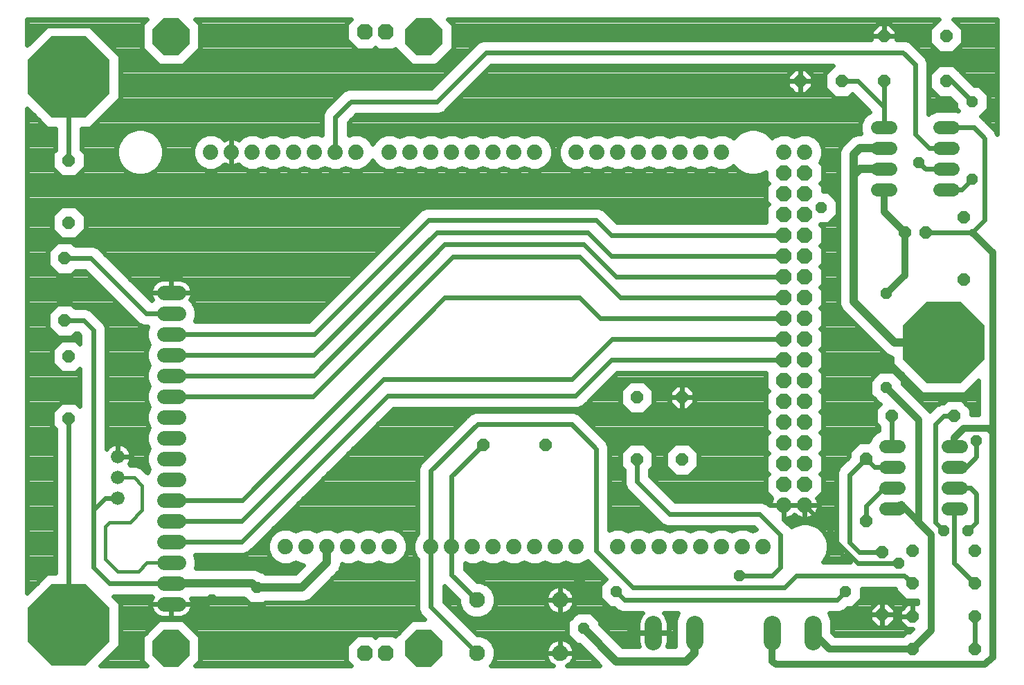
<source format=gbr>
G75*
%MOIN*%
%OFA0B0*%
%FSLAX25Y25*%
%IPPOS*%
%LPD*%
%AMOC8*
5,1,8,0,0,1.08239X$1,22.5*
%
%ADD10C,0.07600*%
%ADD11C,0.06350*%
%ADD12C,0.08350*%
%ADD13OC8,0.05906*%
%ADD14C,0.07400*%
%ADD15OC8,0.07400*%
%ADD16C,0.07000*%
%ADD17OC8,0.17717*%
%ADD18OC8,0.07600*%
%ADD19C,0.06600*%
%ADD20C,0.02400*%
%ADD21OC8,0.05600*%
%ADD22C,0.04000*%
%ADD23C,0.03200*%
%ADD24C,0.01600*%
%ADD25OC8,0.39370*%
D10*
X0252438Y0021885D03*
X0252438Y0047476D03*
X0292438Y0047476D03*
X0292438Y0021885D03*
D11*
X0449145Y0091531D02*
X0455494Y0091531D01*
X0455494Y0101531D02*
X0449145Y0101531D01*
X0449145Y0111531D02*
X0455494Y0111531D01*
X0455494Y0121531D02*
X0449145Y0121531D01*
X0479145Y0121531D02*
X0485494Y0121531D01*
X0485494Y0111531D02*
X0479145Y0111531D01*
X0479145Y0101531D02*
X0485494Y0101531D01*
X0485494Y0091531D02*
X0479145Y0091531D01*
X0481557Y0245074D02*
X0475208Y0245074D01*
X0475208Y0255074D02*
X0481557Y0255074D01*
X0481557Y0265074D02*
X0475208Y0265074D01*
X0475208Y0275074D02*
X0481557Y0275074D01*
X0451557Y0275074D02*
X0445208Y0275074D01*
X0445208Y0265074D02*
X0451557Y0265074D01*
X0451557Y0255074D02*
X0445208Y0255074D01*
X0445208Y0245074D02*
X0451557Y0245074D01*
D12*
X0414227Y0035902D02*
X0414227Y0027553D01*
X0394427Y0027553D02*
X0394427Y0035902D01*
X0357141Y0035902D02*
X0357141Y0027553D01*
X0337341Y0027553D02*
X0337341Y0035902D01*
D13*
X0439760Y0085625D03*
X0447635Y0070350D03*
X0462162Y0071098D03*
X0462162Y0055350D03*
X0462162Y0039602D03*
X0447635Y0040350D03*
X0462162Y0023854D03*
X0492162Y0023854D03*
X0492162Y0039602D03*
X0492162Y0055350D03*
X0492162Y0071098D03*
X0439760Y0115625D03*
X0452320Y0136058D03*
X0482320Y0136058D03*
X0487005Y0201767D03*
X0468383Y0224641D03*
X0458383Y0224641D03*
X0487005Y0231767D03*
X0478383Y0297476D03*
X0478383Y0319129D03*
X0448383Y0319129D03*
X0448383Y0297476D03*
X0428107Y0297476D03*
X0408107Y0297476D03*
X0351178Y0145153D03*
X0329524Y0145153D03*
X0329524Y0115153D03*
X0351178Y0115153D03*
X0285469Y0122279D03*
X0255469Y0122279D03*
X0055902Y0134838D03*
X0055902Y0164838D03*
X0053934Y0182082D03*
X0053934Y0212082D03*
X0055902Y0229326D03*
X0055902Y0259326D03*
D14*
X0124312Y0263224D03*
X0134312Y0263224D03*
X0144312Y0263224D03*
X0154312Y0263224D03*
X0164312Y0263224D03*
X0174312Y0263224D03*
X0184312Y0263224D03*
X0194312Y0263224D03*
X0210312Y0263224D03*
X0220312Y0263224D03*
X0230312Y0263224D03*
X0240312Y0263224D03*
X0250312Y0263224D03*
X0260312Y0263224D03*
X0270312Y0263224D03*
X0280312Y0263224D03*
X0300312Y0263224D03*
X0310312Y0263224D03*
X0320312Y0263224D03*
X0330312Y0263224D03*
X0340312Y0263224D03*
X0350312Y0263224D03*
X0360312Y0263224D03*
X0370312Y0263224D03*
X0400312Y0263224D03*
X0410312Y0263224D03*
X0410312Y0093224D03*
X0400312Y0093224D03*
X0390312Y0073224D03*
X0380312Y0073224D03*
X0370312Y0073224D03*
X0360312Y0073224D03*
X0350312Y0073224D03*
X0340312Y0073224D03*
X0330312Y0073224D03*
X0320312Y0073224D03*
X0300312Y0073224D03*
X0290312Y0073224D03*
X0280312Y0073224D03*
X0270312Y0073224D03*
X0260312Y0073224D03*
X0250312Y0073224D03*
X0240312Y0073224D03*
X0230312Y0073224D03*
X0210312Y0073224D03*
X0200312Y0073224D03*
X0190312Y0073224D03*
X0180312Y0073224D03*
X0170312Y0073224D03*
X0160312Y0073224D03*
D15*
X0400312Y0103224D03*
X0410312Y0103224D03*
X0410312Y0113224D03*
X0400312Y0113224D03*
X0400312Y0123224D03*
X0410312Y0123224D03*
X0410312Y0133224D03*
X0410312Y0143224D03*
X0400312Y0143224D03*
X0400312Y0133224D03*
X0400312Y0153224D03*
X0410312Y0153224D03*
X0410312Y0163224D03*
X0400312Y0163224D03*
X0400312Y0173224D03*
X0400312Y0183224D03*
X0410312Y0183224D03*
X0410312Y0173224D03*
X0410312Y0193224D03*
X0400312Y0193224D03*
X0400312Y0203224D03*
X0410312Y0203224D03*
X0410312Y0213224D03*
X0400312Y0213224D03*
X0400312Y0223224D03*
X0400312Y0233224D03*
X0410312Y0233224D03*
X0410312Y0223224D03*
X0410312Y0243224D03*
X0400312Y0243224D03*
X0400312Y0253224D03*
X0410312Y0253224D03*
D16*
X0108772Y0195507D02*
X0101772Y0195507D01*
X0101772Y0185507D02*
X0108772Y0185507D01*
X0108772Y0175507D02*
X0101772Y0175507D01*
X0101772Y0165507D02*
X0108772Y0165507D01*
X0108772Y0155507D02*
X0101772Y0155507D01*
X0101772Y0145507D02*
X0108772Y0145507D01*
X0108772Y0135507D02*
X0101772Y0135507D01*
X0101772Y0125507D02*
X0108772Y0125507D01*
X0108772Y0115507D02*
X0101772Y0115507D01*
X0101772Y0105507D02*
X0108772Y0105507D01*
X0108772Y0095507D02*
X0101772Y0095507D01*
X0101772Y0085507D02*
X0108772Y0085507D01*
X0108772Y0075507D02*
X0101772Y0075507D01*
X0101772Y0065507D02*
X0108772Y0065507D01*
X0108772Y0055507D02*
X0101772Y0055507D01*
X0101772Y0045507D02*
X0108772Y0045507D01*
D17*
X0105272Y0024011D03*
X0227005Y0024011D03*
X0227005Y0318972D03*
X0105272Y0318972D03*
D18*
X0198540Y0321098D03*
X0208540Y0321098D03*
X0208540Y0021885D03*
X0198540Y0021885D03*
D19*
X0079524Y0096531D03*
X0079524Y0106531D03*
X0079524Y0116531D03*
D20*
X0079524Y0123031D01*
X0079098Y0123031D01*
X0078253Y0122919D01*
X0077430Y0122699D01*
X0076643Y0122373D01*
X0075905Y0121947D01*
X0075229Y0121428D01*
X0074627Y0120826D01*
X0074113Y0120156D01*
X0074113Y0178670D01*
X0073139Y0181022D01*
X0071339Y0182823D01*
X0066654Y0187508D01*
X0064301Y0188482D01*
X0059063Y0188482D01*
X0057311Y0190235D01*
X0050557Y0190235D01*
X0045781Y0185459D01*
X0045781Y0178705D01*
X0050557Y0173929D01*
X0057311Y0173929D01*
X0059063Y0175682D01*
X0060377Y0175682D01*
X0061313Y0174746D01*
X0061313Y0170956D01*
X0059279Y0172991D01*
X0052525Y0172991D01*
X0047749Y0168215D01*
X0047749Y0161461D01*
X0052525Y0156685D01*
X0059279Y0156685D01*
X0061313Y0158719D01*
X0061313Y0140956D01*
X0059279Y0142991D01*
X0052525Y0142991D01*
X0047749Y0138215D01*
X0047749Y0131461D01*
X0049502Y0129708D01*
X0049502Y0060550D01*
X0045595Y0060550D01*
X0036012Y0050967D01*
X0036012Y0284142D01*
X0045595Y0274559D01*
X0049502Y0274559D01*
X0049502Y0264456D01*
X0047749Y0262703D01*
X0047749Y0255949D01*
X0052525Y0251173D01*
X0059279Y0251173D01*
X0064055Y0255949D01*
X0064055Y0262703D01*
X0062302Y0264456D01*
X0062302Y0274559D01*
X0066210Y0274559D01*
X0080787Y0289136D01*
X0080787Y0309752D01*
X0066210Y0324329D01*
X0045595Y0324329D01*
X0036012Y0314746D01*
X0036012Y0327209D01*
X0093628Y0327209D01*
X0091214Y0324795D01*
X0091214Y0313149D01*
X0099449Y0304913D01*
X0111095Y0304913D01*
X0119331Y0313149D01*
X0119331Y0324795D01*
X0116917Y0327209D01*
X0191923Y0327209D01*
X0189540Y0324826D01*
X0189540Y0317370D01*
X0194812Y0312098D01*
X0202268Y0312098D01*
X0203540Y0313370D01*
X0204812Y0312098D01*
X0212268Y0312098D01*
X0213133Y0312962D01*
X0221181Y0304913D01*
X0232828Y0304913D01*
X0241063Y0313149D01*
X0241063Y0324795D01*
X0238649Y0327209D01*
X0474932Y0327209D01*
X0470230Y0322506D01*
X0470230Y0315752D01*
X0475006Y0310976D01*
X0481760Y0310976D01*
X0486535Y0315752D01*
X0486535Y0322506D01*
X0481833Y0327209D01*
X0502958Y0327209D01*
X0502958Y0271887D01*
X0502273Y0273542D01*
X0497115Y0278699D01*
X0495315Y0280500D01*
X0495178Y0280556D01*
X0498942Y0284319D01*
X0498942Y0290947D01*
X0494255Y0295633D01*
X0491993Y0295633D01*
X0484724Y0302901D01*
X0484318Y0303069D01*
X0481760Y0305628D01*
X0475006Y0305628D01*
X0470230Y0300853D01*
X0470230Y0294099D01*
X0475006Y0289323D01*
X0480201Y0289323D01*
X0482942Y0286582D01*
X0482942Y0284319D01*
X0484229Y0283032D01*
X0483223Y0283449D01*
X0473542Y0283449D01*
X0470464Y0282174D01*
X0469783Y0281493D01*
X0469783Y0306623D01*
X0468808Y0308975D01*
X0462903Y0314880D01*
X0461102Y0316681D01*
X0458750Y0317655D01*
X0454535Y0317655D01*
X0454535Y0319129D01*
X0448383Y0319129D01*
X0448383Y0319129D01*
X0454535Y0319129D01*
X0454535Y0321678D01*
X0450931Y0325282D01*
X0448383Y0325282D01*
X0448383Y0319129D01*
X0448382Y0319129D01*
X0442230Y0319129D01*
X0442230Y0317655D01*
X0255417Y0317655D01*
X0253064Y0316681D01*
X0230417Y0294033D01*
X0190456Y0294033D01*
X0188104Y0293059D01*
X0180686Y0285641D01*
X0178886Y0283841D01*
X0177912Y0281489D01*
X0177912Y0271366D01*
X0176082Y0272124D01*
X0172541Y0272124D01*
X0169312Y0270786D01*
X0166082Y0272124D01*
X0162541Y0272124D01*
X0159312Y0270786D01*
X0156082Y0272124D01*
X0152541Y0272124D01*
X0149312Y0270786D01*
X0146082Y0272124D01*
X0142541Y0272124D01*
X0139270Y0270769D01*
X0137723Y0269221D01*
X0137370Y0269425D01*
X0136534Y0269771D01*
X0135661Y0270006D01*
X0134764Y0270124D01*
X0134312Y0270124D01*
X0134312Y0263224D01*
X0134312Y0263224D01*
X0134312Y0270124D01*
X0133859Y0270124D01*
X0132963Y0270006D01*
X0132089Y0269771D01*
X0131253Y0269425D01*
X0130900Y0269221D01*
X0129353Y0270769D01*
X0126082Y0272124D01*
X0122541Y0272124D01*
X0119270Y0270769D01*
X0116767Y0268265D01*
X0115412Y0264994D01*
X0115412Y0261453D01*
X0116767Y0258182D01*
X0119270Y0255679D01*
X0122541Y0254324D01*
X0126082Y0254324D01*
X0129353Y0255679D01*
X0130900Y0257226D01*
X0131253Y0257022D01*
X0132089Y0256676D01*
X0132963Y0256442D01*
X0133859Y0256324D01*
X0134312Y0256324D01*
X0134764Y0256324D01*
X0135661Y0256442D01*
X0136534Y0256676D01*
X0137370Y0257022D01*
X0137723Y0257226D01*
X0139270Y0255679D01*
X0142541Y0254324D01*
X0146082Y0254324D01*
X0149312Y0255661D01*
X0152541Y0254324D01*
X0156082Y0254324D01*
X0159312Y0255661D01*
X0162541Y0254324D01*
X0166082Y0254324D01*
X0169312Y0255661D01*
X0172541Y0254324D01*
X0176082Y0254324D01*
X0179312Y0255661D01*
X0182541Y0254324D01*
X0186082Y0254324D01*
X0189312Y0255661D01*
X0192541Y0254324D01*
X0196082Y0254324D01*
X0199353Y0255679D01*
X0201857Y0258182D01*
X0202312Y0259281D01*
X0202767Y0258182D01*
X0205270Y0255679D01*
X0208541Y0254324D01*
X0212082Y0254324D01*
X0215312Y0255661D01*
X0218541Y0254324D01*
X0222082Y0254324D01*
X0225312Y0255661D01*
X0228541Y0254324D01*
X0232082Y0254324D01*
X0235312Y0255661D01*
X0238541Y0254324D01*
X0242082Y0254324D01*
X0245312Y0255661D01*
X0248541Y0254324D01*
X0252082Y0254324D01*
X0255312Y0255661D01*
X0258541Y0254324D01*
X0262082Y0254324D01*
X0265312Y0255661D01*
X0268541Y0254324D01*
X0272082Y0254324D01*
X0275312Y0255661D01*
X0278541Y0254324D01*
X0282082Y0254324D01*
X0285353Y0255679D01*
X0287857Y0258182D01*
X0289212Y0261453D01*
X0289212Y0264994D01*
X0287857Y0268265D01*
X0285353Y0270769D01*
X0282082Y0272124D01*
X0278541Y0272124D01*
X0275312Y0270786D01*
X0272082Y0272124D01*
X0268541Y0272124D01*
X0265312Y0270786D01*
X0262082Y0272124D01*
X0258541Y0272124D01*
X0255312Y0270786D01*
X0252082Y0272124D01*
X0248541Y0272124D01*
X0245312Y0270786D01*
X0242082Y0272124D01*
X0238541Y0272124D01*
X0235312Y0270786D01*
X0232082Y0272124D01*
X0228541Y0272124D01*
X0225312Y0270786D01*
X0222082Y0272124D01*
X0218541Y0272124D01*
X0215312Y0270786D01*
X0212082Y0272124D01*
X0208541Y0272124D01*
X0205270Y0270769D01*
X0202767Y0268265D01*
X0202312Y0267167D01*
X0201857Y0268265D01*
X0199353Y0270769D01*
X0196082Y0272124D01*
X0192541Y0272124D01*
X0190712Y0271366D01*
X0190712Y0277565D01*
X0194380Y0281233D01*
X0234341Y0281233D01*
X0236693Y0282207D01*
X0259341Y0304855D01*
X0423957Y0304855D01*
X0419954Y0300853D01*
X0419954Y0294099D01*
X0424730Y0289323D01*
X0431484Y0289323D01*
X0433205Y0291044D01*
X0441603Y0282646D01*
X0440464Y0282174D01*
X0438108Y0279818D01*
X0436833Y0276740D01*
X0436833Y0273408D01*
X0437303Y0272274D01*
X0435454Y0272274D01*
X0432808Y0271178D01*
X0429777Y0268146D01*
X0427751Y0266121D01*
X0426655Y0263475D01*
X0426655Y0189744D01*
X0427751Y0187098D01*
X0447436Y0167413D01*
X0449462Y0165387D01*
X0452108Y0164291D01*
X0452277Y0164291D01*
X0452277Y0161184D01*
X0466854Y0146606D01*
X0487470Y0146606D01*
X0493984Y0153121D01*
X0493984Y0136953D01*
X0490472Y0136953D01*
X0490472Y0139435D01*
X0485697Y0144211D01*
X0478943Y0144211D01*
X0477190Y0142458D01*
X0475889Y0142458D01*
X0473537Y0141484D01*
X0470555Y0138502D01*
X0469203Y0139855D01*
X0457603Y0151454D01*
X0457603Y0153151D01*
X0452917Y0157838D01*
X0446289Y0157838D01*
X0441603Y0153151D01*
X0441603Y0146524D01*
X0446289Y0141838D01*
X0446569Y0141838D01*
X0444167Y0139435D01*
X0444167Y0132681D01*
X0445920Y0130929D01*
X0445920Y0129260D01*
X0444401Y0128631D01*
X0442045Y0126275D01*
X0441011Y0123778D01*
X0436384Y0123778D01*
X0431608Y0119002D01*
X0431608Y0116523D01*
X0426461Y0111376D01*
X0425486Y0109024D01*
X0425486Y0073762D01*
X0426461Y0071409D01*
X0428261Y0069609D01*
X0432184Y0065687D01*
X0419037Y0065687D01*
X0419513Y0066163D01*
X0421027Y0068785D01*
X0421811Y0071710D01*
X0421811Y0074738D01*
X0421027Y0077662D01*
X0419513Y0080284D01*
X0417372Y0082425D01*
X0414750Y0083939D01*
X0411826Y0084723D01*
X0408798Y0084723D01*
X0405873Y0083939D01*
X0403738Y0082706D01*
X0402047Y0084397D01*
X0400121Y0086324D01*
X0400312Y0086324D01*
X0400764Y0086324D01*
X0401661Y0086442D01*
X0402534Y0086676D01*
X0403370Y0087022D01*
X0404153Y0087474D01*
X0404871Y0088025D01*
X0405312Y0088466D01*
X0405752Y0088025D01*
X0406470Y0087474D01*
X0407253Y0087022D01*
X0408089Y0086676D01*
X0408963Y0086442D01*
X0409859Y0086324D01*
X0410312Y0086324D01*
X0410764Y0086324D01*
X0411661Y0086442D01*
X0412534Y0086676D01*
X0413370Y0087022D01*
X0414153Y0087474D01*
X0414871Y0088025D01*
X0415510Y0088664D01*
X0416061Y0089382D01*
X0416513Y0090165D01*
X0416859Y0091001D01*
X0417094Y0091875D01*
X0417212Y0092771D01*
X0417212Y0093224D01*
X0417212Y0093676D01*
X0417094Y0094573D01*
X0416859Y0095446D01*
X0416513Y0096282D01*
X0416310Y0096635D01*
X0419212Y0099537D01*
X0419212Y0106910D01*
X0417898Y0108224D01*
X0419212Y0109537D01*
X0419212Y0116910D01*
X0417898Y0118224D01*
X0419212Y0119537D01*
X0419212Y0126910D01*
X0417898Y0128224D01*
X0419212Y0129537D01*
X0419212Y0136910D01*
X0417898Y0138224D01*
X0419212Y0139537D01*
X0419212Y0146910D01*
X0417898Y0148224D01*
X0419212Y0149537D01*
X0419212Y0156910D01*
X0417898Y0158224D01*
X0419212Y0159537D01*
X0419212Y0166910D01*
X0417898Y0168224D01*
X0419212Y0169537D01*
X0419212Y0176910D01*
X0417898Y0178224D01*
X0419212Y0179537D01*
X0419212Y0186910D01*
X0417898Y0188224D01*
X0419212Y0189537D01*
X0419212Y0196910D01*
X0417898Y0198224D01*
X0419212Y0199537D01*
X0419212Y0206910D01*
X0417898Y0208224D01*
X0419212Y0209537D01*
X0419212Y0216910D01*
X0417898Y0218224D01*
X0419212Y0219537D01*
X0419212Y0226910D01*
X0417898Y0228224D01*
X0418127Y0228452D01*
X0421421Y0228452D01*
X0426107Y0233138D01*
X0426107Y0239766D01*
X0421421Y0244452D01*
X0419212Y0244452D01*
X0419212Y0246910D01*
X0417898Y0248224D01*
X0419212Y0249537D01*
X0419212Y0256910D01*
X0417881Y0258241D01*
X0419212Y0261453D01*
X0419212Y0264994D01*
X0417857Y0268265D01*
X0415353Y0270769D01*
X0412082Y0272124D01*
X0408541Y0272124D01*
X0405312Y0270786D01*
X0402082Y0272124D01*
X0398541Y0272124D01*
X0395270Y0270769D01*
X0394613Y0270112D01*
X0394513Y0270284D01*
X0392372Y0272425D01*
X0389750Y0273939D01*
X0386826Y0274723D01*
X0383798Y0274723D01*
X0380873Y0273939D01*
X0378251Y0272425D01*
X0376110Y0270284D01*
X0376010Y0270112D01*
X0375353Y0270769D01*
X0372082Y0272124D01*
X0368541Y0272124D01*
X0365312Y0270786D01*
X0362082Y0272124D01*
X0358541Y0272124D01*
X0355312Y0270786D01*
X0352082Y0272124D01*
X0348541Y0272124D01*
X0345312Y0270786D01*
X0342082Y0272124D01*
X0338541Y0272124D01*
X0335312Y0270786D01*
X0332082Y0272124D01*
X0328541Y0272124D01*
X0325312Y0270786D01*
X0322082Y0272124D01*
X0318541Y0272124D01*
X0315312Y0270786D01*
X0312082Y0272124D01*
X0308541Y0272124D01*
X0305312Y0270786D01*
X0302082Y0272124D01*
X0298541Y0272124D01*
X0295270Y0270769D01*
X0292767Y0268265D01*
X0291412Y0264994D01*
X0291412Y0261453D01*
X0292767Y0258182D01*
X0295270Y0255679D01*
X0298541Y0254324D01*
X0302082Y0254324D01*
X0305312Y0255661D01*
X0308541Y0254324D01*
X0312082Y0254324D01*
X0315312Y0255661D01*
X0318541Y0254324D01*
X0322082Y0254324D01*
X0325312Y0255661D01*
X0328541Y0254324D01*
X0332082Y0254324D01*
X0335312Y0255661D01*
X0338541Y0254324D01*
X0342082Y0254324D01*
X0345312Y0255661D01*
X0348541Y0254324D01*
X0352082Y0254324D01*
X0355312Y0255661D01*
X0358541Y0254324D01*
X0362082Y0254324D01*
X0365312Y0255661D01*
X0368541Y0254324D01*
X0372082Y0254324D01*
X0375353Y0255679D01*
X0376010Y0256336D01*
X0376110Y0256163D01*
X0378251Y0254022D01*
X0380873Y0252508D01*
X0383798Y0251724D01*
X0386826Y0251724D01*
X0389750Y0252508D01*
X0391412Y0253467D01*
X0391412Y0249537D01*
X0392725Y0248224D01*
X0391412Y0246910D01*
X0391412Y0239537D01*
X0392725Y0238224D01*
X0391412Y0236910D01*
X0391412Y0229624D01*
X0319813Y0229624D01*
X0313465Y0235972D01*
X0311112Y0236946D01*
X0227858Y0236946D01*
X0225505Y0235972D01*
X0171440Y0181907D01*
X0116698Y0181907D01*
X0117472Y0183777D01*
X0117472Y0187238D01*
X0116148Y0190435D01*
X0114520Y0192063D01*
X0114794Y0192537D01*
X0115130Y0193349D01*
X0115358Y0194197D01*
X0115472Y0195068D01*
X0115472Y0195507D01*
X0105272Y0195507D01*
X0095072Y0195507D01*
X0095072Y0195068D01*
X0095187Y0194197D01*
X0095414Y0193349D01*
X0095750Y0192537D01*
X0096024Y0192063D01*
X0095869Y0191907D01*
X0095719Y0191907D01*
X0071918Y0215707D01*
X0070118Y0217508D01*
X0067766Y0218482D01*
X0059063Y0218482D01*
X0057311Y0220235D01*
X0050557Y0220235D01*
X0045781Y0215459D01*
X0045781Y0208705D01*
X0050557Y0203929D01*
X0057311Y0203929D01*
X0059063Y0205682D01*
X0063842Y0205682D01*
X0089442Y0180081D01*
X0091795Y0179107D01*
X0093847Y0179107D01*
X0093072Y0177238D01*
X0093072Y0173777D01*
X0094397Y0170579D01*
X0094469Y0170507D01*
X0094397Y0170435D01*
X0093072Y0167238D01*
X0093072Y0163777D01*
X0094397Y0160579D01*
X0094469Y0160507D01*
X0094397Y0160435D01*
X0093072Y0157238D01*
X0093072Y0153777D01*
X0094397Y0150579D01*
X0094469Y0150507D01*
X0094397Y0150435D01*
X0093072Y0147238D01*
X0093072Y0143777D01*
X0094397Y0140579D01*
X0094469Y0140507D01*
X0094397Y0140435D01*
X0093072Y0137238D01*
X0093072Y0133777D01*
X0094397Y0130579D01*
X0094469Y0130507D01*
X0094397Y0130435D01*
X0093072Y0127238D01*
X0093072Y0123777D01*
X0094397Y0120579D01*
X0094469Y0120507D01*
X0094397Y0120435D01*
X0093072Y0117238D01*
X0093072Y0113777D01*
X0094397Y0110579D01*
X0094469Y0110507D01*
X0094397Y0110435D01*
X0093689Y0108726D01*
X0092485Y0109929D01*
X0092485Y0109929D01*
X0090797Y0111617D01*
X0088592Y0112531D01*
X0085545Y0112531D01*
X0085022Y0113054D01*
X0085366Y0113650D01*
X0085693Y0114437D01*
X0085913Y0115260D01*
X0086024Y0116105D01*
X0086024Y0116531D01*
X0086024Y0116957D01*
X0085913Y0117802D01*
X0085693Y0118625D01*
X0085366Y0119412D01*
X0084940Y0120150D01*
X0084422Y0120826D01*
X0083819Y0121428D01*
X0083143Y0121947D01*
X0082405Y0122373D01*
X0081618Y0122699D01*
X0080795Y0122919D01*
X0079950Y0123031D01*
X0079524Y0123031D01*
X0079524Y0116531D01*
X0079524Y0116531D01*
X0086024Y0116531D01*
X0079524Y0116531D01*
X0079524Y0116531D01*
X0079524Y0118007D02*
X0079524Y0118007D01*
X0079524Y0120406D02*
X0079524Y0120406D01*
X0079524Y0122804D02*
X0079524Y0122804D01*
X0077823Y0122804D02*
X0074113Y0122804D01*
X0074113Y0120406D02*
X0074304Y0120406D01*
X0074113Y0125203D02*
X0093072Y0125203D01*
X0093223Y0127601D02*
X0074113Y0127601D01*
X0074113Y0130000D02*
X0094216Y0130000D01*
X0093643Y0132398D02*
X0074113Y0132398D01*
X0074113Y0134797D02*
X0093072Y0134797D01*
X0093072Y0137195D02*
X0074113Y0137195D01*
X0074113Y0139594D02*
X0094048Y0139594D01*
X0093811Y0141992D02*
X0074113Y0141992D01*
X0074113Y0144391D02*
X0093072Y0144391D01*
X0093072Y0146789D02*
X0074113Y0146789D01*
X0074113Y0149188D02*
X0093880Y0149188D01*
X0093980Y0151586D02*
X0074113Y0151586D01*
X0074113Y0153985D02*
X0093072Y0153985D01*
X0093072Y0156383D02*
X0074113Y0156383D01*
X0074113Y0158782D02*
X0093712Y0158782D01*
X0094148Y0161180D02*
X0074113Y0161180D01*
X0074113Y0163579D02*
X0093154Y0163579D01*
X0093072Y0165977D02*
X0074113Y0165977D01*
X0074113Y0168376D02*
X0093544Y0168376D01*
X0094316Y0170774D02*
X0074113Y0170774D01*
X0074113Y0173173D02*
X0093322Y0173173D01*
X0093072Y0175571D02*
X0074113Y0175571D01*
X0074113Y0177970D02*
X0093376Y0177970D01*
X0089155Y0180368D02*
X0073410Y0180368D01*
X0071394Y0182767D02*
X0086757Y0182767D01*
X0084358Y0185165D02*
X0068996Y0185165D01*
X0066518Y0187564D02*
X0081960Y0187564D01*
X0079561Y0189962D02*
X0057583Y0189962D01*
X0050284Y0189962D02*
X0036012Y0189962D01*
X0036012Y0187564D02*
X0047886Y0187564D01*
X0045781Y0185165D02*
X0036012Y0185165D01*
X0036012Y0182767D02*
X0045781Y0182767D01*
X0045781Y0180368D02*
X0036012Y0180368D01*
X0036012Y0177970D02*
X0046516Y0177970D01*
X0048915Y0175571D02*
X0036012Y0175571D01*
X0036012Y0173173D02*
X0061313Y0173173D01*
X0060488Y0175571D02*
X0058953Y0175571D01*
X0063028Y0182082D02*
X0053934Y0182082D01*
X0063028Y0182082D02*
X0067713Y0177397D01*
X0067713Y0090783D01*
X0067713Y0063224D01*
X0075430Y0055507D01*
X0105272Y0055507D01*
X0096024Y0048951D02*
X0095750Y0048477D01*
X0095414Y0047665D01*
X0095187Y0046817D01*
X0095072Y0045946D01*
X0095072Y0045507D01*
X0095072Y0045068D01*
X0095187Y0044197D01*
X0095414Y0043349D01*
X0095750Y0042537D01*
X0096190Y0041777D01*
X0096724Y0041080D01*
X0097345Y0040459D01*
X0098042Y0039924D01*
X0098803Y0039485D01*
X0099614Y0039149D01*
X0100462Y0038922D01*
X0101333Y0038807D01*
X0105272Y0038807D01*
X0105272Y0045507D01*
X0095072Y0045507D01*
X0105272Y0045507D01*
X0105272Y0045507D01*
X0105272Y0045507D01*
X0122831Y0045507D01*
X0124800Y0047476D01*
X0115458Y0046052D02*
X0142469Y0046052D01*
X0143140Y0045381D02*
X0149767Y0045381D01*
X0150567Y0046181D01*
X0169539Y0046181D01*
X0172185Y0047277D01*
X0184390Y0059482D01*
X0186416Y0061507D01*
X0187512Y0064154D01*
X0187512Y0064750D01*
X0188541Y0064324D01*
X0192082Y0064324D01*
X0195312Y0065661D01*
X0198541Y0064324D01*
X0202082Y0064324D01*
X0205312Y0065661D01*
X0208541Y0064324D01*
X0212082Y0064324D01*
X0215353Y0065679D01*
X0217857Y0068182D01*
X0219212Y0071453D01*
X0219212Y0074994D01*
X0217857Y0078265D01*
X0215353Y0080769D01*
X0212082Y0082124D01*
X0208541Y0082124D01*
X0205312Y0080786D01*
X0202082Y0082124D01*
X0198541Y0082124D01*
X0195312Y0080786D01*
X0192082Y0082124D01*
X0188541Y0082124D01*
X0185312Y0080786D01*
X0182082Y0082124D01*
X0178541Y0082124D01*
X0175312Y0080786D01*
X0172082Y0082124D01*
X0168541Y0082124D01*
X0165312Y0080786D01*
X0162082Y0082124D01*
X0158541Y0082124D01*
X0155270Y0080769D01*
X0152767Y0078265D01*
X0151412Y0074994D01*
X0151412Y0071453D01*
X0152767Y0068182D01*
X0155270Y0065679D01*
X0158541Y0064324D01*
X0162082Y0064324D01*
X0165312Y0065661D01*
X0168541Y0064324D01*
X0168867Y0064324D01*
X0165125Y0060581D01*
X0150567Y0060581D01*
X0149767Y0061381D01*
X0148636Y0061381D01*
X0148406Y0061611D01*
X0145760Y0062707D01*
X0117029Y0062707D01*
X0117472Y0063777D01*
X0117472Y0067238D01*
X0116698Y0069107D01*
X0140325Y0069107D01*
X0142677Y0070081D01*
X0144477Y0071882D01*
X0212097Y0139501D01*
X0301270Y0139501D01*
X0303622Y0140475D01*
X0305422Y0142275D01*
X0319971Y0156824D01*
X0391412Y0156824D01*
X0391412Y0149537D01*
X0392725Y0148224D01*
X0391412Y0146910D01*
X0391412Y0139537D01*
X0392725Y0138224D01*
X0391412Y0136910D01*
X0391412Y0129537D01*
X0392725Y0128224D01*
X0391412Y0126910D01*
X0391412Y0119537D01*
X0392725Y0118224D01*
X0391412Y0116910D01*
X0391412Y0109537D01*
X0392725Y0108224D01*
X0391412Y0106910D01*
X0391412Y0099537D01*
X0394314Y0096635D01*
X0394110Y0096282D01*
X0393764Y0095446D01*
X0393530Y0094573D01*
X0393412Y0093676D01*
X0393412Y0093224D01*
X0400312Y0093224D01*
X0410312Y0093224D01*
X0417212Y0093224D01*
X0410312Y0093224D01*
X0410312Y0093224D01*
X0424012Y0079523D01*
X0424012Y0077003D01*
X0435823Y0065192D01*
X0455509Y0065192D01*
X0447635Y0070350D02*
X0436572Y0070350D01*
X0431886Y0075035D01*
X0431886Y0107751D01*
X0439760Y0115625D01*
X0443855Y0111531D01*
X0452320Y0111531D01*
X0452320Y0121531D02*
X0452320Y0136058D01*
X0444167Y0137195D02*
X0418927Y0137195D01*
X0419212Y0134797D02*
X0444167Y0134797D01*
X0444450Y0132398D02*
X0419212Y0132398D01*
X0419212Y0130000D02*
X0445920Y0130000D01*
X0443371Y0127601D02*
X0418521Y0127601D01*
X0419212Y0125203D02*
X0441601Y0125203D01*
X0435410Y0122804D02*
X0419212Y0122804D01*
X0419212Y0120406D02*
X0433011Y0120406D01*
X0431608Y0118007D02*
X0418115Y0118007D01*
X0419212Y0115609D02*
X0430693Y0115609D01*
X0428294Y0113210D02*
X0419212Y0113210D01*
X0419212Y0110811D02*
X0426227Y0110811D01*
X0425486Y0108413D02*
X0418088Y0108413D01*
X0419212Y0106014D02*
X0425486Y0106014D01*
X0425486Y0103616D02*
X0419212Y0103616D01*
X0419212Y0101217D02*
X0425486Y0101217D01*
X0425486Y0098819D02*
X0418493Y0098819D01*
X0416433Y0096420D02*
X0425486Y0096420D01*
X0425486Y0094022D02*
X0417166Y0094022D01*
X0417026Y0091623D02*
X0425486Y0091623D01*
X0425486Y0089225D02*
X0415941Y0089225D01*
X0412898Y0086826D02*
X0425486Y0086826D01*
X0425486Y0084428D02*
X0412926Y0084428D01*
X0410312Y0086324D02*
X0410312Y0093223D01*
X0410312Y0093223D01*
X0410312Y0086324D01*
X0410312Y0086826D02*
X0410312Y0086826D01*
X0410312Y0089225D02*
X0410312Y0089225D01*
X0410312Y0091623D02*
X0410312Y0091623D01*
X0410312Y0093224D02*
X0403412Y0093224D01*
X0400312Y0093224D01*
X0400312Y0093224D01*
X0400312Y0093224D01*
X0400312Y0093223D02*
X0400312Y0086324D01*
X0400312Y0093223D01*
X0400312Y0093223D01*
X0400312Y0093224D02*
X0393412Y0093224D01*
X0393412Y0093033D01*
X0392205Y0094240D01*
X0389852Y0095214D01*
X0347923Y0095214D01*
X0335924Y0107213D01*
X0335924Y0110023D01*
X0337677Y0111776D01*
X0337677Y0118530D01*
X0332901Y0123305D01*
X0326147Y0123305D01*
X0321372Y0118530D01*
X0321372Y0111776D01*
X0323124Y0110023D01*
X0323124Y0103289D01*
X0324099Y0100937D01*
X0339847Y0085189D01*
X0341647Y0083389D01*
X0343999Y0082414D01*
X0385928Y0082414D01*
X0386899Y0081443D01*
X0385312Y0080786D01*
X0382082Y0082124D01*
X0378541Y0082124D01*
X0375312Y0080786D01*
X0372082Y0082124D01*
X0368541Y0082124D01*
X0365312Y0080786D01*
X0362082Y0082124D01*
X0358541Y0082124D01*
X0355312Y0080786D01*
X0352082Y0082124D01*
X0348541Y0082124D01*
X0345312Y0080786D01*
X0342082Y0082124D01*
X0338541Y0082124D01*
X0335312Y0080786D01*
X0332082Y0082124D01*
X0328541Y0082124D01*
X0325312Y0080786D01*
X0322082Y0082124D01*
X0318541Y0082124D01*
X0316239Y0081170D01*
X0316239Y0121583D01*
X0315265Y0123936D01*
X0301654Y0137547D01*
X0299301Y0138521D01*
X0251480Y0138521D01*
X0249127Y0137547D01*
X0247327Y0135747D01*
X0224886Y0113306D01*
X0223912Y0110953D01*
X0223912Y0079410D01*
X0222767Y0078265D01*
X0221412Y0074994D01*
X0221412Y0071453D01*
X0222767Y0068182D01*
X0223912Y0067037D01*
X0223912Y0042738D01*
X0224886Y0040386D01*
X0227202Y0038069D01*
X0221181Y0038069D01*
X0213133Y0030020D01*
X0212268Y0030885D01*
X0204812Y0030885D01*
X0203540Y0029613D01*
X0202268Y0030885D01*
X0194812Y0030885D01*
X0189540Y0025613D01*
X0189540Y0018157D01*
X0191923Y0015774D01*
X0116917Y0015774D01*
X0119331Y0018188D01*
X0119331Y0029834D01*
X0111095Y0038069D01*
X0099449Y0038069D01*
X0091214Y0029834D01*
X0091214Y0018188D01*
X0093628Y0015774D01*
X0071204Y0015774D01*
X0080787Y0025357D01*
X0080787Y0045972D01*
X0077652Y0049107D01*
X0095869Y0049107D01*
X0096024Y0048951D01*
X0095739Y0048450D02*
X0078309Y0048450D01*
X0080708Y0046052D02*
X0095086Y0046052D01*
X0095333Y0043653D02*
X0080787Y0043653D01*
X0080787Y0041255D02*
X0096590Y0041255D01*
X0097838Y0036458D02*
X0080787Y0036458D01*
X0080787Y0038856D02*
X0100960Y0038856D01*
X0105272Y0038856D02*
X0105272Y0038856D01*
X0105272Y0038807D02*
X0109211Y0038807D01*
X0110082Y0038922D01*
X0110931Y0039149D01*
X0111742Y0039485D01*
X0112503Y0039924D01*
X0113199Y0040459D01*
X0113820Y0041080D01*
X0114355Y0041777D01*
X0114794Y0042537D01*
X0115130Y0043349D01*
X0115358Y0044197D01*
X0115472Y0045068D01*
X0115472Y0045507D01*
X0105272Y0045507D01*
X0105272Y0038807D01*
X0105272Y0041255D02*
X0105272Y0041255D01*
X0105272Y0043653D02*
X0105272Y0043653D01*
X0105272Y0045507D02*
X0105272Y0045507D01*
X0115472Y0045507D01*
X0115472Y0045946D01*
X0115358Y0046817D01*
X0115130Y0047665D01*
X0114865Y0048307D01*
X0140214Y0048307D01*
X0143140Y0045381D01*
X0150438Y0046052D02*
X0223912Y0046052D01*
X0223912Y0048450D02*
X0173358Y0048450D01*
X0175757Y0050849D02*
X0223912Y0050849D01*
X0223912Y0053247D02*
X0178155Y0053247D01*
X0180554Y0055646D02*
X0223912Y0055646D01*
X0223912Y0058044D02*
X0182952Y0058044D01*
X0185351Y0060443D02*
X0223912Y0060443D01*
X0223912Y0062841D02*
X0186968Y0062841D01*
X0194294Y0065240D02*
X0196330Y0065240D01*
X0204294Y0065240D02*
X0206330Y0065240D01*
X0214294Y0065240D02*
X0223912Y0065240D01*
X0223311Y0067638D02*
X0217313Y0067638D01*
X0218625Y0070037D02*
X0221998Y0070037D01*
X0221412Y0072435D02*
X0219212Y0072435D01*
X0219212Y0074834D02*
X0221412Y0074834D01*
X0222339Y0077232D02*
X0218284Y0077232D01*
X0216491Y0079631D02*
X0223912Y0079631D01*
X0223912Y0082029D02*
X0212310Y0082029D01*
X0208314Y0082029D02*
X0202310Y0082029D01*
X0198314Y0082029D02*
X0192310Y0082029D01*
X0188314Y0082029D02*
X0182310Y0082029D01*
X0178314Y0082029D02*
X0172310Y0082029D01*
X0168314Y0082029D02*
X0162310Y0082029D01*
X0158314Y0082029D02*
X0154625Y0082029D01*
X0154132Y0079631D02*
X0152227Y0079631D01*
X0152339Y0077232D02*
X0149828Y0077232D01*
X0151412Y0074834D02*
X0147430Y0074834D01*
X0145031Y0072435D02*
X0151412Y0072435D01*
X0151998Y0070037D02*
X0142569Y0070037D01*
X0139052Y0075507D02*
X0105272Y0075507D01*
X0105272Y0085507D02*
X0139209Y0085507D01*
X0207477Y0153775D01*
X0298028Y0153775D01*
X0317477Y0173224D01*
X0400312Y0173224D01*
X0400312Y0183224D02*
X0311886Y0183224D01*
X0301965Y0193145D01*
X0237005Y0193145D01*
X0139367Y0095507D01*
X0105272Y0095507D01*
X0094300Y0110811D02*
X0091603Y0110811D01*
X0093307Y0113210D02*
X0085113Y0113210D01*
X0085959Y0115609D02*
X0093072Y0115609D01*
X0093391Y0118007D02*
X0085858Y0118007D01*
X0084744Y0120406D02*
X0094385Y0120406D01*
X0093475Y0122804D02*
X0081226Y0122804D01*
X0061313Y0141992D02*
X0060278Y0141992D01*
X0061313Y0144391D02*
X0036012Y0144391D01*
X0036012Y0146789D02*
X0061313Y0146789D01*
X0061313Y0149188D02*
X0036012Y0149188D01*
X0036012Y0151586D02*
X0061313Y0151586D01*
X0061313Y0153985D02*
X0036012Y0153985D01*
X0036012Y0156383D02*
X0061313Y0156383D01*
X0050429Y0158782D02*
X0036012Y0158782D01*
X0036012Y0161180D02*
X0048030Y0161180D01*
X0047749Y0163579D02*
X0036012Y0163579D01*
X0036012Y0165977D02*
X0047749Y0165977D01*
X0047910Y0168376D02*
X0036012Y0168376D01*
X0036012Y0170774D02*
X0050309Y0170774D01*
X0036012Y0192361D02*
X0077163Y0192361D01*
X0074764Y0194759D02*
X0036012Y0194759D01*
X0036012Y0197158D02*
X0072366Y0197158D01*
X0069967Y0199556D02*
X0036012Y0199556D01*
X0036012Y0201955D02*
X0067569Y0201955D01*
X0065170Y0204353D02*
X0057735Y0204353D01*
X0050132Y0204353D02*
X0036012Y0204353D01*
X0036012Y0206752D02*
X0047734Y0206752D01*
X0045781Y0209150D02*
X0036012Y0209150D01*
X0036012Y0211549D02*
X0045781Y0211549D01*
X0045781Y0213947D02*
X0036012Y0213947D01*
X0036012Y0216346D02*
X0046668Y0216346D01*
X0049067Y0218745D02*
X0036012Y0218745D01*
X0036012Y0221143D02*
X0210676Y0221143D01*
X0208278Y0218745D02*
X0058801Y0218745D01*
X0059279Y0221173D02*
X0052525Y0221173D01*
X0047749Y0225949D01*
X0047749Y0232703D01*
X0052525Y0237479D01*
X0059279Y0237479D01*
X0064055Y0232703D01*
X0064055Y0225949D01*
X0059279Y0221173D01*
X0061647Y0223542D02*
X0213075Y0223542D01*
X0215473Y0225940D02*
X0064046Y0225940D01*
X0064055Y0228339D02*
X0217872Y0228339D01*
X0220270Y0230737D02*
X0064055Y0230737D01*
X0063622Y0233136D02*
X0222669Y0233136D01*
X0225067Y0235534D02*
X0061224Y0235534D01*
X0050581Y0235534D02*
X0036012Y0235534D01*
X0036012Y0233136D02*
X0048182Y0233136D01*
X0047749Y0230737D02*
X0036012Y0230737D01*
X0036012Y0228339D02*
X0047749Y0228339D01*
X0047758Y0225940D02*
X0036012Y0225940D01*
X0036012Y0223542D02*
X0050157Y0223542D01*
X0053934Y0212082D02*
X0066493Y0212082D01*
X0093068Y0185507D01*
X0105272Y0185507D01*
X0095852Y0192361D02*
X0095265Y0192361D01*
X0095113Y0194759D02*
X0092866Y0194759D01*
X0095072Y0195507D02*
X0105272Y0195507D01*
X0105272Y0195507D01*
X0105272Y0202207D01*
X0101333Y0202207D01*
X0100462Y0202092D01*
X0099614Y0201865D01*
X0098803Y0201529D01*
X0098042Y0201090D01*
X0097345Y0200555D01*
X0096724Y0199934D01*
X0096190Y0199237D01*
X0095750Y0198477D01*
X0095414Y0197665D01*
X0095187Y0196817D01*
X0095072Y0195946D01*
X0095072Y0195507D01*
X0095278Y0197158D02*
X0090468Y0197158D01*
X0088069Y0199556D02*
X0096434Y0199556D01*
X0099949Y0201955D02*
X0085671Y0201955D01*
X0083272Y0204353D02*
X0193887Y0204353D01*
X0191488Y0201955D02*
X0110595Y0201955D01*
X0110931Y0201865D02*
X0110082Y0202092D01*
X0109211Y0202207D01*
X0105272Y0202207D01*
X0105272Y0195507D01*
X0105272Y0195507D01*
X0105272Y0195507D01*
X0115472Y0195507D01*
X0115472Y0195946D01*
X0115358Y0196817D01*
X0115130Y0197665D01*
X0114794Y0198477D01*
X0114355Y0199237D01*
X0113820Y0199934D01*
X0113199Y0200555D01*
X0112503Y0201090D01*
X0111742Y0201529D01*
X0110931Y0201865D01*
X0114110Y0199556D02*
X0189090Y0199556D01*
X0186691Y0197158D02*
X0115266Y0197158D01*
X0115432Y0194759D02*
X0184293Y0194759D01*
X0181894Y0192361D02*
X0114692Y0192361D01*
X0116344Y0189962D02*
X0179496Y0189962D01*
X0177097Y0187564D02*
X0117337Y0187564D01*
X0117472Y0185165D02*
X0174698Y0185165D01*
X0172300Y0182767D02*
X0117054Y0182767D01*
X0105272Y0175507D02*
X0174091Y0175507D01*
X0229131Y0230546D01*
X0309839Y0230546D01*
X0317162Y0223224D01*
X0400312Y0223224D01*
X0391412Y0230737D02*
X0318700Y0230737D01*
X0316301Y0233136D02*
X0391412Y0233136D01*
X0391412Y0235534D02*
X0313903Y0235534D01*
X0305902Y0224641D02*
X0233068Y0224641D01*
X0173934Y0165507D01*
X0105272Y0165507D01*
X0105272Y0155507D02*
X0173776Y0155507D01*
X0237005Y0218735D01*
X0303934Y0218735D01*
X0319446Y0203224D01*
X0400312Y0203224D01*
X0400312Y0213224D02*
X0317320Y0213224D01*
X0305902Y0224641D01*
X0301965Y0212830D02*
X0240942Y0212830D01*
X0173619Y0145507D01*
X0105272Y0145507D01*
X0055902Y0134838D02*
X0055902Y0035665D01*
X0075098Y0019668D02*
X0091214Y0019668D01*
X0091214Y0022067D02*
X0077497Y0022067D01*
X0079895Y0024465D02*
X0091214Y0024465D01*
X0091214Y0026864D02*
X0080787Y0026864D01*
X0080787Y0029262D02*
X0091214Y0029262D01*
X0093041Y0031661D02*
X0080787Y0031661D01*
X0080787Y0034059D02*
X0095439Y0034059D01*
X0109584Y0038856D02*
X0226416Y0038856D01*
X0224526Y0041255D02*
X0113954Y0041255D01*
X0115212Y0043653D02*
X0223912Y0043653D01*
X0230312Y0044011D02*
X0252438Y0021885D01*
X0252489Y0030885D02*
X0236712Y0046662D01*
X0236712Y0054151D01*
X0243438Y0047425D01*
X0243438Y0045685D01*
X0244808Y0042377D01*
X0247340Y0039846D01*
X0250647Y0038476D01*
X0254228Y0038476D01*
X0257536Y0039846D01*
X0260067Y0042377D01*
X0261438Y0045685D01*
X0261438Y0049266D01*
X0260067Y0052574D01*
X0257536Y0055105D01*
X0254228Y0056476D01*
X0252489Y0056476D01*
X0246712Y0062253D01*
X0246712Y0065082D01*
X0248541Y0064324D01*
X0252082Y0064324D01*
X0255312Y0065661D01*
X0258541Y0064324D01*
X0262082Y0064324D01*
X0265312Y0065661D01*
X0268541Y0064324D01*
X0272082Y0064324D01*
X0275312Y0065661D01*
X0278541Y0064324D01*
X0282082Y0064324D01*
X0285312Y0065661D01*
X0288541Y0064324D01*
X0292082Y0064324D01*
X0295312Y0065661D01*
X0298541Y0064324D01*
X0302082Y0064324D01*
X0305353Y0065679D01*
X0305780Y0066106D01*
X0306214Y0065672D01*
X0314421Y0057465D01*
X0311682Y0054726D01*
X0311682Y0048099D01*
X0316368Y0043413D01*
X0318631Y0043413D01*
X0319993Y0042050D01*
X0322346Y0041076D01*
X0332085Y0041076D01*
X0331784Y0040775D01*
X0331196Y0040008D01*
X0330712Y0039171D01*
X0330342Y0038278D01*
X0330092Y0037344D01*
X0329966Y0036386D01*
X0329966Y0031828D01*
X0337241Y0031828D01*
X0337241Y0031628D01*
X0329966Y0031628D01*
X0329966Y0027069D01*
X0330092Y0026111D01*
X0330342Y0025177D01*
X0330354Y0025148D01*
X0322664Y0025148D01*
X0311934Y0035878D01*
X0311934Y0037010D01*
X0307247Y0041696D01*
X0300620Y0041696D01*
X0295934Y0037010D01*
X0295934Y0030382D01*
X0300620Y0025696D01*
X0301751Y0025696D01*
X0311673Y0015774D01*
X0295853Y0015774D01*
X0296335Y0016052D01*
X0297063Y0016611D01*
X0297712Y0017260D01*
X0298270Y0017988D01*
X0298729Y0018782D01*
X0299080Y0019630D01*
X0299318Y0020516D01*
X0299438Y0021426D01*
X0299438Y0021885D01*
X0299438Y0022344D01*
X0299318Y0023254D01*
X0299080Y0024140D01*
X0298729Y0024988D01*
X0298270Y0025782D01*
X0297712Y0026510D01*
X0297063Y0027159D01*
X0296335Y0027718D01*
X0295540Y0028177D01*
X0294693Y0028528D01*
X0293806Y0028765D01*
X0292896Y0028885D01*
X0292438Y0028885D01*
X0292438Y0021885D01*
X0292438Y0021885D01*
X0299438Y0021885D01*
X0292438Y0021885D01*
X0292438Y0021885D01*
X0292438Y0028885D01*
X0291979Y0028885D01*
X0291069Y0028765D01*
X0290183Y0028528D01*
X0289335Y0028177D01*
X0288540Y0027718D01*
X0287812Y0027159D01*
X0287163Y0026510D01*
X0286605Y0025782D01*
X0286146Y0024988D01*
X0285795Y0024140D01*
X0285557Y0023254D01*
X0285438Y0022344D01*
X0285438Y0021885D01*
X0285438Y0021426D01*
X0285557Y0020516D01*
X0285795Y0019630D01*
X0286146Y0018782D01*
X0286605Y0017988D01*
X0287163Y0017260D01*
X0287812Y0016611D01*
X0288540Y0016052D01*
X0289022Y0015774D01*
X0259055Y0015774D01*
X0260067Y0016787D01*
X0261438Y0020095D01*
X0261438Y0023675D01*
X0260067Y0026983D01*
X0257536Y0029515D01*
X0254228Y0030885D01*
X0252489Y0030885D01*
X0251713Y0031661D02*
X0295934Y0031661D01*
X0295934Y0034059D02*
X0249315Y0034059D01*
X0246916Y0036458D02*
X0295934Y0036458D01*
X0297780Y0038856D02*
X0255147Y0038856D01*
X0258945Y0041255D02*
X0289213Y0041255D01*
X0289335Y0041184D02*
X0290183Y0040833D01*
X0291069Y0040595D01*
X0291979Y0040476D01*
X0292438Y0040476D01*
X0292896Y0040476D01*
X0293806Y0040595D01*
X0294693Y0040833D01*
X0295540Y0041184D01*
X0296335Y0041643D01*
X0297063Y0042201D01*
X0297712Y0042850D01*
X0298270Y0043578D01*
X0298729Y0044373D01*
X0299080Y0045221D01*
X0299318Y0046107D01*
X0299438Y0047017D01*
X0299438Y0047476D01*
X0299438Y0047934D01*
X0299318Y0048844D01*
X0299080Y0049730D01*
X0298729Y0050578D01*
X0298270Y0051373D01*
X0297712Y0052101D01*
X0297063Y0052750D01*
X0296335Y0053308D01*
X0295540Y0053767D01*
X0294693Y0054118D01*
X0293806Y0054356D01*
X0292896Y0054476D01*
X0292438Y0054476D01*
X0292438Y0047476D01*
X0292438Y0047476D01*
X0299438Y0047476D01*
X0292438Y0047476D01*
X0292438Y0047476D01*
X0292438Y0054476D01*
X0291979Y0054476D01*
X0291069Y0054356D01*
X0290183Y0054118D01*
X0289335Y0053767D01*
X0288540Y0053308D01*
X0287812Y0052750D01*
X0287163Y0052101D01*
X0286605Y0051373D01*
X0286146Y0050578D01*
X0285795Y0049730D01*
X0285557Y0048844D01*
X0285438Y0047934D01*
X0285438Y0047476D01*
X0292438Y0047476D01*
X0292438Y0047476D01*
X0292438Y0047475D02*
X0292438Y0040476D01*
X0292438Y0047475D01*
X0292438Y0047475D01*
X0292438Y0047476D02*
X0285438Y0047476D01*
X0285438Y0047017D01*
X0285557Y0046107D01*
X0285795Y0045221D01*
X0286146Y0044373D01*
X0286605Y0043578D01*
X0287163Y0042850D01*
X0287812Y0042201D01*
X0288540Y0041643D01*
X0289335Y0041184D01*
X0292438Y0041255D02*
X0292438Y0041255D01*
X0292438Y0043653D02*
X0292438Y0043653D01*
X0292438Y0046052D02*
X0292438Y0046052D01*
X0292438Y0048450D02*
X0292438Y0048450D01*
X0292438Y0050849D02*
X0292438Y0050849D01*
X0292438Y0053247D02*
X0292438Y0053247D01*
X0296415Y0053247D02*
X0311682Y0053247D01*
X0311682Y0050849D02*
X0298573Y0050849D01*
X0299370Y0048450D02*
X0311682Y0048450D01*
X0313729Y0046052D02*
X0299303Y0046052D01*
X0298314Y0043653D02*
X0316127Y0043653D01*
X0321913Y0041255D02*
X0307689Y0041255D01*
X0310087Y0038856D02*
X0330582Y0038856D01*
X0329975Y0036458D02*
X0311934Y0036458D01*
X0313753Y0034059D02*
X0329966Y0034059D01*
X0327556Y0031728D02*
X0301965Y0057318D01*
X0309045Y0062841D02*
X0246712Y0062841D01*
X0248521Y0060443D02*
X0311443Y0060443D01*
X0313842Y0058044D02*
X0250920Y0058044D01*
X0256231Y0055646D02*
X0312601Y0055646D01*
X0319682Y0051413D02*
X0323619Y0047476D01*
X0425981Y0047476D01*
X0429918Y0051413D01*
X0435871Y0046052D02*
X0444635Y0046052D01*
X0445086Y0046502D02*
X0441482Y0042898D01*
X0441482Y0040350D01*
X0447634Y0040350D01*
X0447634Y0040350D01*
X0447634Y0046502D01*
X0445086Y0046502D01*
X0447635Y0046502D02*
X0447635Y0040350D01*
X0453787Y0040350D01*
X0453787Y0042898D01*
X0450183Y0046502D01*
X0447635Y0046502D01*
X0447634Y0046052D02*
X0447635Y0046052D01*
X0447634Y0043653D02*
X0447635Y0043653D01*
X0447634Y0041255D02*
X0447635Y0041255D01*
X0447635Y0040350D02*
X0447634Y0040350D01*
X0441482Y0040350D01*
X0441482Y0037801D01*
X0445086Y0034197D01*
X0447634Y0034197D01*
X0447634Y0040349D01*
X0447635Y0040349D01*
X0447635Y0040350D02*
X0447635Y0040350D01*
X0453787Y0040350D01*
X0453787Y0037801D01*
X0450183Y0034197D01*
X0447635Y0034197D01*
X0447635Y0040349D01*
X0447634Y0038856D02*
X0447635Y0038856D01*
X0447634Y0036458D02*
X0447635Y0036458D01*
X0452444Y0036458D02*
X0456605Y0036458D01*
X0456009Y0037053D02*
X0456009Y0039602D01*
X0462162Y0039602D01*
X0462162Y0045754D01*
X0459614Y0045754D01*
X0456009Y0042150D01*
X0456009Y0039602D01*
X0462162Y0039602D01*
X0462162Y0039602D01*
X0462162Y0045754D01*
X0464457Y0045754D01*
X0464457Y0047197D01*
X0458785Y0047197D01*
X0454009Y0051973D01*
X0454009Y0052887D01*
X0437918Y0052887D01*
X0437918Y0048099D01*
X0433232Y0043413D01*
X0430969Y0043413D01*
X0429606Y0042050D01*
X0427254Y0041076D01*
X0422232Y0041076D01*
X0423602Y0037767D01*
X0423602Y0031969D01*
X0424918Y0030654D01*
X0457432Y0030654D01*
X0458785Y0032006D01*
X0460698Y0032006D01*
X0462141Y0033449D01*
X0459614Y0033449D01*
X0456009Y0037053D01*
X0456009Y0038856D02*
X0453787Y0038856D01*
X0453787Y0041255D02*
X0456009Y0041255D01*
X0457512Y0043653D02*
X0453032Y0043653D01*
X0450634Y0046052D02*
X0464457Y0046052D01*
X0462162Y0043653D02*
X0462162Y0043653D01*
X0462162Y0041255D02*
X0462162Y0041255D01*
X0462162Y0039602D02*
X0462162Y0039602D01*
X0459003Y0034059D02*
X0423602Y0034059D01*
X0423602Y0036458D02*
X0442825Y0036458D01*
X0441482Y0038856D02*
X0423151Y0038856D01*
X0427686Y0041255D02*
X0441482Y0041255D01*
X0442237Y0043653D02*
X0433472Y0043653D01*
X0437918Y0048450D02*
X0457532Y0048450D01*
X0455133Y0050849D02*
X0437918Y0050849D01*
X0430232Y0067638D02*
X0420365Y0067638D01*
X0421363Y0070037D02*
X0427833Y0070037D01*
X0426036Y0072435D02*
X0421811Y0072435D01*
X0421785Y0074834D02*
X0425486Y0074834D01*
X0425486Y0077232D02*
X0421142Y0077232D01*
X0419891Y0079631D02*
X0425486Y0079631D01*
X0425486Y0082029D02*
X0417768Y0082029D01*
X0407697Y0084428D02*
X0402017Y0084428D01*
X0402898Y0086826D02*
X0407725Y0086826D01*
X0410312Y0093224D02*
X0410312Y0093224D01*
X0400312Y0091623D02*
X0400312Y0091623D01*
X0400312Y0089225D02*
X0400312Y0089225D01*
X0400312Y0086826D02*
X0400312Y0086826D01*
X0393457Y0094022D02*
X0392423Y0094022D01*
X0394190Y0096420D02*
X0346717Y0096420D01*
X0344319Y0098819D02*
X0392130Y0098819D01*
X0391412Y0101217D02*
X0341920Y0101217D01*
X0339521Y0103616D02*
X0391412Y0103616D01*
X0391412Y0106014D02*
X0337123Y0106014D01*
X0335924Y0108413D02*
X0346388Y0108413D01*
X0347801Y0107000D02*
X0343025Y0111776D01*
X0343025Y0118530D01*
X0347801Y0123305D01*
X0354555Y0123305D01*
X0359331Y0118530D01*
X0359331Y0111776D01*
X0354555Y0107000D01*
X0347801Y0107000D01*
X0343989Y0110811D02*
X0336713Y0110811D01*
X0337677Y0113210D02*
X0343025Y0113210D01*
X0343025Y0115609D02*
X0337677Y0115609D01*
X0337677Y0118007D02*
X0343025Y0118007D01*
X0344901Y0120406D02*
X0335801Y0120406D01*
X0333403Y0122804D02*
X0347299Y0122804D01*
X0355056Y0122804D02*
X0391412Y0122804D01*
X0391412Y0120406D02*
X0357455Y0120406D01*
X0359331Y0118007D02*
X0392509Y0118007D01*
X0391412Y0115609D02*
X0359331Y0115609D01*
X0359331Y0113210D02*
X0391412Y0113210D01*
X0391412Y0110811D02*
X0358366Y0110811D01*
X0355968Y0108413D02*
X0392536Y0108413D01*
X0391412Y0125203D02*
X0313998Y0125203D01*
X0315734Y0122804D02*
X0325646Y0122804D01*
X0323247Y0120406D02*
X0316239Y0120406D01*
X0316239Y0118007D02*
X0321372Y0118007D01*
X0321372Y0115609D02*
X0316239Y0115609D01*
X0316239Y0113210D02*
X0321372Y0113210D01*
X0322336Y0110811D02*
X0316239Y0110811D01*
X0316239Y0108413D02*
X0323124Y0108413D01*
X0323124Y0106014D02*
X0316239Y0106014D01*
X0316239Y0103616D02*
X0323124Y0103616D01*
X0323982Y0101217D02*
X0316239Y0101217D01*
X0316239Y0098819D02*
X0326217Y0098819D01*
X0328615Y0096420D02*
X0316239Y0096420D01*
X0316239Y0094022D02*
X0331014Y0094022D01*
X0333412Y0091623D02*
X0316239Y0091623D01*
X0316239Y0089225D02*
X0335811Y0089225D01*
X0338209Y0086826D02*
X0316239Y0086826D01*
X0316239Y0084428D02*
X0340608Y0084428D01*
X0342310Y0082029D02*
X0348314Y0082029D01*
X0352310Y0082029D02*
X0358314Y0082029D01*
X0362310Y0082029D02*
X0368314Y0082029D01*
X0372310Y0082029D02*
X0378314Y0082029D01*
X0382310Y0082029D02*
X0386313Y0082029D01*
X0388579Y0088814D02*
X0398422Y0078972D01*
X0398422Y0063224D01*
X0394485Y0059287D01*
X0378737Y0059287D01*
X0400390Y0053381D02*
X0327556Y0053381D01*
X0309839Y0071098D01*
X0309839Y0120310D01*
X0298028Y0132121D01*
X0252753Y0132121D01*
X0230312Y0109680D01*
X0230312Y0073224D01*
X0230312Y0044011D01*
X0237322Y0046052D02*
X0243438Y0046052D01*
X0244279Y0043653D02*
X0239720Y0043653D01*
X0242119Y0041255D02*
X0245931Y0041255D01*
X0244518Y0038856D02*
X0249729Y0038856D01*
X0260596Y0043653D02*
X0286562Y0043653D01*
X0285572Y0046052D02*
X0261438Y0046052D01*
X0261438Y0048450D02*
X0285506Y0048450D01*
X0286302Y0050849D02*
X0260782Y0050849D01*
X0259394Y0053247D02*
X0288461Y0053247D01*
X0295663Y0041255D02*
X0300179Y0041255D01*
X0297054Y0029262D02*
X0257788Y0029262D01*
X0260117Y0026864D02*
X0287517Y0026864D01*
X0285930Y0024465D02*
X0261110Y0024465D01*
X0261438Y0022067D02*
X0285438Y0022067D01*
X0285438Y0021885D02*
X0292438Y0021885D01*
X0285438Y0021885D01*
X0285785Y0019668D02*
X0261261Y0019668D01*
X0260267Y0017270D02*
X0287156Y0017270D01*
X0292438Y0021885D02*
X0292438Y0021885D01*
X0292438Y0022067D02*
X0292438Y0022067D01*
X0292438Y0024465D02*
X0292438Y0024465D01*
X0292438Y0026864D02*
X0292438Y0026864D01*
X0297359Y0026864D02*
X0299452Y0026864D01*
X0298946Y0024465D02*
X0302982Y0024465D01*
X0305381Y0022067D02*
X0299438Y0022067D01*
X0299091Y0019668D02*
X0307779Y0019668D01*
X0310178Y0017270D02*
X0297719Y0017270D01*
X0316151Y0031661D02*
X0337241Y0031661D01*
X0337341Y0031728D02*
X0327556Y0031728D01*
X0329966Y0029262D02*
X0318550Y0029262D01*
X0320949Y0026864D02*
X0329993Y0026864D01*
X0337441Y0031628D02*
X0337441Y0031828D01*
X0344716Y0031828D01*
X0344716Y0036386D01*
X0344589Y0037344D01*
X0344339Y0038278D01*
X0343969Y0039171D01*
X0343486Y0040008D01*
X0342897Y0040775D01*
X0342597Y0041076D01*
X0349136Y0041076D01*
X0347766Y0037767D01*
X0347766Y0025688D01*
X0347990Y0025148D01*
X0344327Y0025148D01*
X0344339Y0025177D01*
X0344589Y0026111D01*
X0344716Y0027069D01*
X0344716Y0031628D01*
X0337441Y0031628D01*
X0337441Y0031661D02*
X0347766Y0031661D01*
X0347766Y0034059D02*
X0344716Y0034059D01*
X0344706Y0036458D02*
X0347766Y0036458D01*
X0348217Y0038856D02*
X0344100Y0038856D01*
X0344716Y0029262D02*
X0347766Y0029262D01*
X0347766Y0026864D02*
X0344689Y0026864D01*
X0306646Y0065240D02*
X0304294Y0065240D01*
X0296330Y0065240D02*
X0294294Y0065240D01*
X0286330Y0065240D02*
X0284294Y0065240D01*
X0276330Y0065240D02*
X0274294Y0065240D01*
X0266330Y0065240D02*
X0264294Y0065240D01*
X0256330Y0065240D02*
X0254294Y0065240D01*
X0240312Y0059602D02*
X0252438Y0047476D01*
X0242412Y0048450D02*
X0236712Y0048450D01*
X0236712Y0050849D02*
X0240014Y0050849D01*
X0237615Y0053247D02*
X0236712Y0053247D01*
X0240312Y0059602D02*
X0240312Y0073224D01*
X0240312Y0107121D01*
X0255469Y0122279D01*
X0243978Y0132398D02*
X0204994Y0132398D01*
X0207392Y0134797D02*
X0246377Y0134797D01*
X0248776Y0137195D02*
X0209791Y0137195D01*
X0209446Y0145901D02*
X0139052Y0075507D01*
X0153311Y0067638D02*
X0117306Y0067638D01*
X0117472Y0065240D02*
X0156330Y0065240D01*
X0164294Y0065240D02*
X0166330Y0065240D01*
X0167385Y0062841D02*
X0117085Y0062841D01*
X0112707Y0036458D02*
X0219570Y0036458D01*
X0217171Y0034059D02*
X0115106Y0034059D01*
X0117504Y0031661D02*
X0214773Y0031661D01*
X0193189Y0029262D02*
X0119331Y0029262D01*
X0119331Y0026864D02*
X0190791Y0026864D01*
X0189540Y0024465D02*
X0119331Y0024465D01*
X0119331Y0022067D02*
X0189540Y0022067D01*
X0189540Y0019668D02*
X0119331Y0019668D01*
X0118412Y0017270D02*
X0190428Y0017270D01*
X0157024Y0084428D02*
X0223912Y0084428D01*
X0223912Y0086826D02*
X0159422Y0086826D01*
X0161821Y0089225D02*
X0223912Y0089225D01*
X0223912Y0091623D02*
X0164219Y0091623D01*
X0166618Y0094022D02*
X0223912Y0094022D01*
X0223912Y0096420D02*
X0169016Y0096420D01*
X0171415Y0098819D02*
X0223912Y0098819D01*
X0223912Y0101217D02*
X0173813Y0101217D01*
X0176212Y0103616D02*
X0223912Y0103616D01*
X0223912Y0106014D02*
X0178610Y0106014D01*
X0181009Y0108413D02*
X0223912Y0108413D01*
X0223912Y0110811D02*
X0183407Y0110811D01*
X0185806Y0113210D02*
X0224846Y0113210D01*
X0227189Y0115609D02*
X0188204Y0115609D01*
X0190603Y0118007D02*
X0229587Y0118007D01*
X0231986Y0120406D02*
X0193001Y0120406D01*
X0195400Y0122804D02*
X0234384Y0122804D01*
X0236783Y0125203D02*
X0197798Y0125203D01*
X0200197Y0127601D02*
X0239181Y0127601D01*
X0241580Y0130000D02*
X0202595Y0130000D01*
X0209446Y0145901D02*
X0299997Y0145901D01*
X0317320Y0163224D01*
X0400312Y0163224D01*
X0391412Y0156383D02*
X0319530Y0156383D01*
X0317132Y0153985D02*
X0391412Y0153985D01*
X0391412Y0151586D02*
X0334621Y0151586D01*
X0332901Y0153305D02*
X0326147Y0153305D01*
X0321372Y0148530D01*
X0321372Y0141776D01*
X0326147Y0137000D01*
X0332901Y0137000D01*
X0337677Y0141776D01*
X0337677Y0148530D01*
X0332901Y0153305D01*
X0337019Y0149188D02*
X0346511Y0149188D01*
X0345025Y0147701D02*
X0345025Y0145153D01*
X0351178Y0145153D01*
X0351178Y0145153D01*
X0351178Y0151305D01*
X0353726Y0151305D01*
X0357331Y0147701D01*
X0357331Y0145153D01*
X0351178Y0145153D01*
X0351178Y0145153D01*
X0351178Y0151305D01*
X0348629Y0151305D01*
X0345025Y0147701D01*
X0345025Y0146789D02*
X0337677Y0146789D01*
X0337677Y0144391D02*
X0345025Y0144391D01*
X0345025Y0145153D02*
X0345025Y0142604D01*
X0348629Y0139000D01*
X0351178Y0139000D01*
X0353726Y0139000D01*
X0357331Y0142604D01*
X0357331Y0145153D01*
X0351178Y0145153D01*
X0351178Y0145153D01*
X0351178Y0139000D01*
X0351178Y0145153D01*
X0351178Y0145153D01*
X0345025Y0145153D01*
X0345637Y0141992D02*
X0337677Y0141992D01*
X0335495Y0139594D02*
X0348036Y0139594D01*
X0351178Y0139594D02*
X0351178Y0139594D01*
X0351178Y0141992D02*
X0351178Y0141992D01*
X0351178Y0144391D02*
X0351178Y0144391D01*
X0351178Y0146789D02*
X0351178Y0146789D01*
X0351178Y0149188D02*
X0351178Y0149188D01*
X0355844Y0149188D02*
X0391761Y0149188D01*
X0391412Y0146789D02*
X0357331Y0146789D01*
X0357331Y0144391D02*
X0391412Y0144391D01*
X0391412Y0141992D02*
X0356719Y0141992D01*
X0354320Y0139594D02*
X0391412Y0139594D01*
X0391697Y0137195D02*
X0333096Y0137195D01*
X0325952Y0137195D02*
X0302005Y0137195D01*
X0301494Y0139594D02*
X0323554Y0139594D01*
X0321372Y0141992D02*
X0305139Y0141992D01*
X0307538Y0144391D02*
X0321372Y0144391D01*
X0321372Y0146789D02*
X0309936Y0146789D01*
X0312335Y0149188D02*
X0322029Y0149188D01*
X0324428Y0151586D02*
X0314733Y0151586D01*
X0304404Y0134797D02*
X0391412Y0134797D01*
X0391412Y0132398D02*
X0306802Y0132398D01*
X0309201Y0130000D02*
X0391412Y0130000D01*
X0392103Y0127601D02*
X0311599Y0127601D01*
X0329524Y0115153D02*
X0329524Y0104562D01*
X0345272Y0088814D01*
X0388579Y0088814D01*
X0406296Y0059287D02*
X0400390Y0053381D01*
X0406296Y0059287D02*
X0458225Y0059287D01*
X0462162Y0055350D01*
X0482320Y0065192D02*
X0492162Y0055350D01*
X0482320Y0065192D02*
X0482320Y0091531D01*
X0473225Y0084877D02*
X0477162Y0080940D01*
X0473225Y0084877D02*
X0473225Y0132121D01*
X0477162Y0136058D01*
X0482320Y0136058D01*
X0487915Y0141992D02*
X0493984Y0141992D01*
X0493984Y0139594D02*
X0490314Y0139594D01*
X0490472Y0137195D02*
X0493984Y0137195D01*
X0493984Y0144391D02*
X0464667Y0144391D01*
X0466671Y0146789D02*
X0462268Y0146789D01*
X0464273Y0149188D02*
X0459870Y0149188D01*
X0461874Y0151586D02*
X0457603Y0151586D01*
X0456770Y0153985D02*
X0459476Y0153985D01*
X0457077Y0156383D02*
X0454371Y0156383D01*
X0454679Y0158782D02*
X0418456Y0158782D01*
X0419212Y0161180D02*
X0452280Y0161180D01*
X0452277Y0163579D02*
X0419212Y0163579D01*
X0419212Y0165977D02*
X0448872Y0165977D01*
X0446473Y0168376D02*
X0418050Y0168376D01*
X0419212Y0170774D02*
X0444075Y0170774D01*
X0441676Y0173173D02*
X0419212Y0173173D01*
X0419212Y0175571D02*
X0439278Y0175571D01*
X0436879Y0177970D02*
X0418152Y0177970D01*
X0419212Y0180368D02*
X0434481Y0180368D01*
X0432082Y0182767D02*
X0419212Y0182767D01*
X0419212Y0185165D02*
X0429684Y0185165D01*
X0427558Y0187564D02*
X0418558Y0187564D01*
X0419212Y0189962D02*
X0426655Y0189962D01*
X0426655Y0192361D02*
X0419212Y0192361D01*
X0419212Y0194759D02*
X0426655Y0194759D01*
X0426655Y0197158D02*
X0418964Y0197158D01*
X0419212Y0199556D02*
X0426655Y0199556D01*
X0426655Y0201955D02*
X0419212Y0201955D01*
X0419212Y0204353D02*
X0426655Y0204353D01*
X0426655Y0206752D02*
X0419212Y0206752D01*
X0418825Y0209150D02*
X0426655Y0209150D01*
X0426655Y0211549D02*
X0419212Y0211549D01*
X0419212Y0213947D02*
X0426655Y0213947D01*
X0426655Y0216346D02*
X0419212Y0216346D01*
X0418419Y0218745D02*
X0426655Y0218745D01*
X0426655Y0221143D02*
X0419212Y0221143D01*
X0419212Y0223542D02*
X0426655Y0223542D01*
X0426655Y0225940D02*
X0419212Y0225940D01*
X0418013Y0228339D02*
X0426655Y0228339D01*
X0426655Y0230737D02*
X0423706Y0230737D01*
X0426104Y0233136D02*
X0426655Y0233136D01*
X0426655Y0235534D02*
X0426107Y0235534D01*
X0426107Y0237933D02*
X0426655Y0237933D01*
X0426655Y0240331D02*
X0425541Y0240331D01*
X0426655Y0242730D02*
X0423143Y0242730D01*
X0426655Y0245128D02*
X0419212Y0245128D01*
X0418595Y0247527D02*
X0426655Y0247527D01*
X0426655Y0249925D02*
X0419212Y0249925D01*
X0419212Y0252324D02*
X0426655Y0252324D01*
X0426655Y0254722D02*
X0419212Y0254722D01*
X0419001Y0257121D02*
X0426655Y0257121D01*
X0426655Y0259519D02*
X0418411Y0259519D01*
X0419212Y0261918D02*
X0426655Y0261918D01*
X0427004Y0264316D02*
X0419212Y0264316D01*
X0418499Y0266715D02*
X0428345Y0266715D01*
X0430743Y0269113D02*
X0417009Y0269113D01*
X0413559Y0271512D02*
X0433614Y0271512D01*
X0436833Y0273910D02*
X0389800Y0273910D01*
X0393286Y0271512D02*
X0397064Y0271512D01*
X0403559Y0271512D02*
X0407064Y0271512D01*
X0391412Y0252324D02*
X0389062Y0252324D01*
X0391412Y0249925D02*
X0036012Y0249925D01*
X0036012Y0247527D02*
X0392028Y0247527D01*
X0391412Y0245128D02*
X0036012Y0245128D01*
X0036012Y0242730D02*
X0391412Y0242730D01*
X0391412Y0240331D02*
X0036012Y0240331D01*
X0036012Y0237933D02*
X0392434Y0237933D01*
X0381561Y0252324D02*
X0094062Y0252324D01*
X0094750Y0252508D02*
X0097372Y0254022D01*
X0099513Y0256163D01*
X0101027Y0258785D01*
X0101811Y0261710D01*
X0101811Y0264738D01*
X0101027Y0267662D01*
X0099513Y0270284D01*
X0097372Y0272425D01*
X0094750Y0273939D01*
X0091826Y0274723D01*
X0088798Y0274723D01*
X0085873Y0273939D01*
X0083251Y0272425D01*
X0081110Y0270284D01*
X0079596Y0267662D01*
X0078812Y0264738D01*
X0078812Y0261710D01*
X0079596Y0258785D01*
X0081110Y0256163D01*
X0083251Y0254022D01*
X0085873Y0252508D01*
X0088798Y0251724D01*
X0091826Y0251724D01*
X0094750Y0252508D01*
X0098073Y0254722D02*
X0121579Y0254722D01*
X0117828Y0257121D02*
X0100066Y0257121D01*
X0101224Y0259519D02*
X0116213Y0259519D01*
X0115412Y0261918D02*
X0101811Y0261918D01*
X0101811Y0264316D02*
X0115412Y0264316D01*
X0116124Y0266715D02*
X0101281Y0266715D01*
X0100189Y0269113D02*
X0117615Y0269113D01*
X0121064Y0271512D02*
X0098286Y0271512D01*
X0094800Y0273910D02*
X0177912Y0273910D01*
X0177912Y0271512D02*
X0177559Y0271512D01*
X0177912Y0276309D02*
X0067960Y0276309D01*
X0070358Y0278707D02*
X0177912Y0278707D01*
X0177912Y0281106D02*
X0072757Y0281106D01*
X0075155Y0283504D02*
X0178747Y0283504D01*
X0180686Y0285641D02*
X0180686Y0285641D01*
X0180948Y0285903D02*
X0077554Y0285903D01*
X0079952Y0288301D02*
X0183346Y0288301D01*
X0185745Y0290700D02*
X0080787Y0290700D01*
X0080787Y0293098D02*
X0188199Y0293098D01*
X0191729Y0287633D02*
X0184312Y0280216D01*
X0184312Y0263224D01*
X0190712Y0271512D02*
X0191064Y0271512D01*
X0190712Y0273910D02*
X0380823Y0273910D01*
X0377337Y0271512D02*
X0373559Y0271512D01*
X0367064Y0271512D02*
X0363559Y0271512D01*
X0357064Y0271512D02*
X0353559Y0271512D01*
X0347064Y0271512D02*
X0343559Y0271512D01*
X0337064Y0271512D02*
X0333559Y0271512D01*
X0327064Y0271512D02*
X0323559Y0271512D01*
X0317064Y0271512D02*
X0313559Y0271512D01*
X0307064Y0271512D02*
X0303559Y0271512D01*
X0297064Y0271512D02*
X0283559Y0271512D01*
X0287009Y0269113D02*
X0293615Y0269113D01*
X0292124Y0266715D02*
X0288499Y0266715D01*
X0289212Y0264316D02*
X0291412Y0264316D01*
X0291412Y0261918D02*
X0289212Y0261918D01*
X0288411Y0259519D02*
X0292213Y0259519D01*
X0293828Y0257121D02*
X0286795Y0257121D01*
X0283044Y0254722D02*
X0297579Y0254722D01*
X0303044Y0254722D02*
X0307579Y0254722D01*
X0313044Y0254722D02*
X0317579Y0254722D01*
X0323044Y0254722D02*
X0327579Y0254722D01*
X0333044Y0254722D02*
X0337579Y0254722D01*
X0343044Y0254722D02*
X0347579Y0254722D01*
X0353044Y0254722D02*
X0357579Y0254722D01*
X0363044Y0254722D02*
X0367579Y0254722D01*
X0373044Y0254722D02*
X0377551Y0254722D01*
X0423353Y0290700D02*
X0245185Y0290700D01*
X0242787Y0288301D02*
X0435947Y0288301D01*
X0438345Y0285903D02*
X0240388Y0285903D01*
X0237990Y0283504D02*
X0440744Y0283504D01*
X0439396Y0281106D02*
X0194253Y0281106D01*
X0191854Y0278707D02*
X0437648Y0278707D01*
X0436833Y0276309D02*
X0190712Y0276309D01*
X0197559Y0271512D02*
X0207064Y0271512D01*
X0203615Y0269113D02*
X0201009Y0269113D01*
X0200795Y0257121D02*
X0203828Y0257121D01*
X0207579Y0254722D02*
X0197044Y0254722D01*
X0191579Y0254722D02*
X0187044Y0254722D01*
X0181579Y0254722D02*
X0177044Y0254722D01*
X0171579Y0254722D02*
X0167044Y0254722D01*
X0161579Y0254722D02*
X0157044Y0254722D01*
X0151579Y0254722D02*
X0147044Y0254722D01*
X0141579Y0254722D02*
X0127044Y0254722D01*
X0130795Y0257121D02*
X0131082Y0257121D01*
X0134312Y0257121D02*
X0134312Y0257121D01*
X0134312Y0256324D02*
X0134312Y0263223D01*
X0134312Y0263223D01*
X0134312Y0256324D01*
X0134312Y0259519D02*
X0134312Y0259519D01*
X0134312Y0261918D02*
X0134312Y0261918D01*
X0134312Y0264316D02*
X0134312Y0264316D01*
X0134312Y0266715D02*
X0134312Y0266715D01*
X0134312Y0269113D02*
X0134312Y0269113D01*
X0141064Y0271512D02*
X0127559Y0271512D01*
X0137541Y0257121D02*
X0137828Y0257121D01*
X0147559Y0271512D02*
X0151064Y0271512D01*
X0157559Y0271512D02*
X0161064Y0271512D01*
X0167559Y0271512D02*
X0171064Y0271512D01*
X0191729Y0287633D02*
X0233068Y0287633D01*
X0256690Y0311255D01*
X0457477Y0311255D01*
X0463383Y0305350D01*
X0463383Y0271885D01*
X0470194Y0265074D01*
X0478383Y0265074D01*
X0478383Y0255074D02*
X0468383Y0255074D01*
X0465351Y0258106D01*
X0478383Y0245074D02*
X0485784Y0245074D01*
X0490942Y0250231D01*
X0496847Y0230546D02*
X0496847Y0269917D01*
X0491690Y0275074D01*
X0478383Y0275074D01*
X0483757Y0283504D02*
X0469783Y0283504D01*
X0469783Y0285903D02*
X0482942Y0285903D01*
X0481222Y0288301D02*
X0469783Y0288301D01*
X0469783Y0290700D02*
X0473629Y0290700D01*
X0471230Y0293098D02*
X0469783Y0293098D01*
X0469783Y0295497D02*
X0470230Y0295497D01*
X0470230Y0297895D02*
X0469783Y0297895D01*
X0469783Y0300294D02*
X0470230Y0300294D01*
X0469783Y0302692D02*
X0472070Y0302692D01*
X0469783Y0305091D02*
X0474468Y0305091D01*
X0469424Y0307489D02*
X0502958Y0307489D01*
X0502958Y0305091D02*
X0482297Y0305091D01*
X0484933Y0302692D02*
X0502958Y0302692D01*
X0502958Y0300294D02*
X0487332Y0300294D01*
X0489730Y0297895D02*
X0502958Y0297895D01*
X0502958Y0295497D02*
X0494391Y0295497D01*
X0496790Y0293098D02*
X0502958Y0293098D01*
X0502958Y0290700D02*
X0498942Y0290700D01*
X0498942Y0288301D02*
X0502958Y0288301D01*
X0502958Y0285903D02*
X0498942Y0285903D01*
X0498127Y0283504D02*
X0502958Y0283504D01*
X0502958Y0281106D02*
X0495728Y0281106D01*
X0497107Y0278707D02*
X0502958Y0278707D01*
X0502958Y0276309D02*
X0499506Y0276309D01*
X0501904Y0273910D02*
X0502958Y0273910D01*
X0490942Y0287633D02*
X0481099Y0297476D01*
X0478383Y0297476D01*
X0483070Y0312286D02*
X0502958Y0312286D01*
X0502958Y0309888D02*
X0467895Y0309888D01*
X0465497Y0312286D02*
X0473695Y0312286D01*
X0471297Y0314685D02*
X0463098Y0314685D01*
X0460130Y0317083D02*
X0470230Y0317083D01*
X0470230Y0319482D02*
X0454535Y0319482D01*
X0454332Y0321880D02*
X0470230Y0321880D01*
X0472003Y0324279D02*
X0451934Y0324279D01*
X0448383Y0324279D02*
X0448382Y0324279D01*
X0448382Y0325282D02*
X0445834Y0325282D01*
X0442230Y0321678D01*
X0442230Y0319129D01*
X0448382Y0319129D01*
X0448382Y0319129D01*
X0448382Y0325282D01*
X0448382Y0321880D02*
X0448383Y0321880D01*
X0448382Y0319482D02*
X0448383Y0319482D01*
X0442230Y0319482D02*
X0241063Y0319482D01*
X0241063Y0321880D02*
X0442433Y0321880D01*
X0444831Y0324279D02*
X0241063Y0324279D01*
X0239180Y0326678D02*
X0474401Y0326678D01*
X0482364Y0326678D02*
X0502958Y0326678D01*
X0502958Y0324279D02*
X0484762Y0324279D01*
X0486535Y0321880D02*
X0502958Y0321880D01*
X0502958Y0319482D02*
X0486535Y0319482D01*
X0486535Y0317083D02*
X0502958Y0317083D01*
X0502958Y0314685D02*
X0485468Y0314685D01*
X0448383Y0297476D02*
X0448383Y0284917D01*
X0448383Y0283696D01*
X0448383Y0275074D01*
X0448383Y0284917D02*
X0435823Y0297476D01*
X0428107Y0297476D01*
X0420954Y0293098D02*
X0412431Y0293098D01*
X0410655Y0291323D02*
X0414260Y0294927D01*
X0414260Y0297476D01*
X0414260Y0300024D01*
X0410655Y0303628D01*
X0408107Y0303628D01*
X0408107Y0297476D01*
X0408107Y0297476D01*
X0408107Y0303628D01*
X0405558Y0303628D01*
X0401954Y0300024D01*
X0401954Y0297476D01*
X0408107Y0297476D01*
X0414260Y0297476D01*
X0408107Y0297476D01*
X0408107Y0297476D01*
X0408107Y0297476D01*
X0401954Y0297476D01*
X0401954Y0294927D01*
X0405558Y0291323D01*
X0408107Y0291323D01*
X0410655Y0291323D01*
X0408107Y0291323D02*
X0408107Y0297475D01*
X0408107Y0297475D01*
X0408107Y0291323D01*
X0408107Y0293098D02*
X0408107Y0293098D01*
X0408107Y0295497D02*
X0408107Y0295497D01*
X0408107Y0297895D02*
X0408107Y0297895D01*
X0408107Y0300294D02*
X0408107Y0300294D01*
X0408107Y0302692D02*
X0408107Y0302692D01*
X0411591Y0302692D02*
X0421794Y0302692D01*
X0419954Y0300294D02*
X0413990Y0300294D01*
X0414260Y0297895D02*
X0419954Y0297895D01*
X0419954Y0295497D02*
X0414260Y0295497D01*
X0403783Y0293098D02*
X0247584Y0293098D01*
X0249982Y0295497D02*
X0401954Y0295497D01*
X0401954Y0297895D02*
X0252381Y0297895D01*
X0254779Y0300294D02*
X0402224Y0300294D01*
X0404622Y0302692D02*
X0257178Y0302692D01*
X0248670Y0312286D02*
X0240201Y0312286D01*
X0241063Y0314685D02*
X0251068Y0314685D01*
X0254037Y0317083D02*
X0241063Y0317083D01*
X0237802Y0309888D02*
X0246271Y0309888D01*
X0243873Y0307489D02*
X0235404Y0307489D01*
X0233005Y0305091D02*
X0241474Y0305091D01*
X0239076Y0302692D02*
X0080787Y0302692D01*
X0080787Y0300294D02*
X0236677Y0300294D01*
X0234279Y0297895D02*
X0080787Y0297895D01*
X0080787Y0295497D02*
X0231880Y0295497D01*
X0221004Y0305091D02*
X0111273Y0305091D01*
X0113671Y0307489D02*
X0218605Y0307489D01*
X0216207Y0309888D02*
X0116070Y0309888D01*
X0118468Y0312286D02*
X0194623Y0312286D01*
X0192225Y0314685D02*
X0119331Y0314685D01*
X0119331Y0317083D02*
X0189826Y0317083D01*
X0189540Y0319482D02*
X0119331Y0319482D01*
X0119331Y0321880D02*
X0189540Y0321880D01*
X0189540Y0324279D02*
X0119331Y0324279D01*
X0117448Y0326678D02*
X0191392Y0326678D01*
X0202457Y0312286D02*
X0204623Y0312286D01*
X0212457Y0312286D02*
X0213808Y0312286D01*
X0213559Y0271512D02*
X0217064Y0271512D01*
X0223559Y0271512D02*
X0227064Y0271512D01*
X0233559Y0271512D02*
X0237064Y0271512D01*
X0243559Y0271512D02*
X0247064Y0271512D01*
X0253559Y0271512D02*
X0257064Y0271512D01*
X0263559Y0271512D02*
X0267064Y0271512D01*
X0273559Y0271512D02*
X0277064Y0271512D01*
X0277579Y0254722D02*
X0273044Y0254722D01*
X0267579Y0254722D02*
X0263044Y0254722D01*
X0257579Y0254722D02*
X0253044Y0254722D01*
X0247579Y0254722D02*
X0243044Y0254722D01*
X0237579Y0254722D02*
X0233044Y0254722D01*
X0227579Y0254722D02*
X0223044Y0254722D01*
X0217579Y0254722D02*
X0213044Y0254722D01*
X0205879Y0216346D02*
X0071280Y0216346D01*
X0073678Y0213947D02*
X0203481Y0213947D01*
X0201082Y0211549D02*
X0076077Y0211549D01*
X0078475Y0209150D02*
X0198684Y0209150D01*
X0196285Y0206752D02*
X0080874Y0206752D01*
X0105272Y0201955D02*
X0105272Y0201955D01*
X0105272Y0199556D02*
X0105272Y0199556D01*
X0105272Y0197158D02*
X0105272Y0197158D01*
X0051527Y0141992D02*
X0036012Y0141992D01*
X0036012Y0139594D02*
X0049128Y0139594D01*
X0047749Y0137195D02*
X0036012Y0137195D01*
X0036012Y0134797D02*
X0047749Y0134797D01*
X0047749Y0132398D02*
X0036012Y0132398D01*
X0036012Y0130000D02*
X0049211Y0130000D01*
X0049502Y0127601D02*
X0036012Y0127601D01*
X0036012Y0125203D02*
X0049502Y0125203D01*
X0049502Y0122804D02*
X0036012Y0122804D01*
X0036012Y0120406D02*
X0049502Y0120406D01*
X0049502Y0118007D02*
X0036012Y0118007D01*
X0036012Y0115609D02*
X0049502Y0115609D01*
X0049502Y0113210D02*
X0036012Y0113210D01*
X0036012Y0110811D02*
X0049502Y0110811D01*
X0049502Y0108413D02*
X0036012Y0108413D01*
X0036012Y0106014D02*
X0049502Y0106014D01*
X0049502Y0103616D02*
X0036012Y0103616D01*
X0036012Y0101217D02*
X0049502Y0101217D01*
X0049502Y0098819D02*
X0036012Y0098819D01*
X0036012Y0096420D02*
X0049502Y0096420D01*
X0049502Y0094022D02*
X0036012Y0094022D01*
X0036012Y0091623D02*
X0049502Y0091623D01*
X0049502Y0089225D02*
X0036012Y0089225D01*
X0036012Y0086826D02*
X0049502Y0086826D01*
X0049502Y0084428D02*
X0036012Y0084428D01*
X0036012Y0082029D02*
X0049502Y0082029D01*
X0049502Y0079631D02*
X0036012Y0079631D01*
X0036012Y0077232D02*
X0049502Y0077232D01*
X0049502Y0074834D02*
X0036012Y0074834D01*
X0036012Y0072435D02*
X0049502Y0072435D01*
X0049502Y0070037D02*
X0036012Y0070037D01*
X0036012Y0067638D02*
X0049502Y0067638D01*
X0049502Y0065240D02*
X0036012Y0065240D01*
X0036012Y0062841D02*
X0049502Y0062841D01*
X0045488Y0060443D02*
X0036012Y0060443D01*
X0036012Y0058044D02*
X0043089Y0058044D01*
X0040691Y0055646D02*
X0036012Y0055646D01*
X0036012Y0053247D02*
X0038292Y0053247D01*
X0072700Y0017270D02*
X0092132Y0017270D01*
X0067713Y0090783D02*
X0073461Y0096531D01*
X0079524Y0096531D01*
X0301965Y0212830D02*
X0321572Y0193224D01*
X0400312Y0193224D01*
X0419212Y0156383D02*
X0444835Y0156383D01*
X0442436Y0153985D02*
X0419212Y0153985D01*
X0419212Y0151586D02*
X0441603Y0151586D01*
X0441603Y0149188D02*
X0418862Y0149188D01*
X0419212Y0146789D02*
X0441603Y0146789D01*
X0443736Y0144391D02*
X0419212Y0144391D01*
X0419212Y0141992D02*
X0446135Y0141992D01*
X0444325Y0139594D02*
X0419212Y0139594D01*
X0467065Y0141992D02*
X0474764Y0141992D01*
X0471646Y0139594D02*
X0469464Y0139594D01*
X0487653Y0146789D02*
X0493984Y0146789D01*
X0493984Y0149188D02*
X0490051Y0149188D01*
X0492450Y0151586D02*
X0493984Y0151586D01*
X0492910Y0124247D02*
X0492910Y0116373D01*
X0488068Y0111531D01*
X0482320Y0111531D01*
X0482320Y0101531D02*
X0490036Y0101531D01*
X0492910Y0098657D01*
X0492910Y0084877D01*
X0488973Y0080940D01*
X0452320Y0101531D02*
X0448540Y0101531D01*
X0439760Y0092751D01*
X0439760Y0085625D01*
X0492162Y0039602D02*
X0492162Y0023854D01*
X0458439Y0031661D02*
X0423911Y0031661D01*
X0338314Y0082029D02*
X0332310Y0082029D01*
X0328314Y0082029D02*
X0322310Y0082029D01*
X0318314Y0082029D02*
X0316239Y0082029D01*
X0468383Y0224641D02*
X0490942Y0224641D01*
X0496847Y0230546D01*
X0433548Y0290700D02*
X0432861Y0290700D01*
X0099272Y0305091D02*
X0080787Y0305091D01*
X0080787Y0307489D02*
X0096873Y0307489D01*
X0094475Y0309888D02*
X0080651Y0309888D01*
X0078253Y0312286D02*
X0092076Y0312286D01*
X0091214Y0314685D02*
X0075854Y0314685D01*
X0073456Y0317083D02*
X0091214Y0317083D01*
X0091214Y0319482D02*
X0071057Y0319482D01*
X0068659Y0321880D02*
X0091214Y0321880D01*
X0091214Y0324279D02*
X0066260Y0324279D01*
X0045544Y0324279D02*
X0036012Y0324279D01*
X0036012Y0326678D02*
X0093097Y0326678D01*
X0055902Y0299444D02*
X0055902Y0259326D01*
X0047749Y0259519D02*
X0036012Y0259519D01*
X0036012Y0257121D02*
X0047749Y0257121D01*
X0048976Y0254722D02*
X0036012Y0254722D01*
X0036012Y0252324D02*
X0051375Y0252324D01*
X0060430Y0252324D02*
X0086561Y0252324D01*
X0082551Y0254722D02*
X0062828Y0254722D01*
X0064055Y0257121D02*
X0080557Y0257121D01*
X0079399Y0259519D02*
X0064055Y0259519D01*
X0064055Y0261918D02*
X0078812Y0261918D01*
X0078812Y0264316D02*
X0062442Y0264316D01*
X0062302Y0266715D02*
X0079342Y0266715D01*
X0080434Y0269113D02*
X0062302Y0269113D01*
X0062302Y0271512D02*
X0082337Y0271512D01*
X0085823Y0273910D02*
X0062302Y0273910D01*
X0049502Y0273910D02*
X0036012Y0273910D01*
X0036012Y0271512D02*
X0049502Y0271512D01*
X0049502Y0269113D02*
X0036012Y0269113D01*
X0036012Y0266715D02*
X0049502Y0266715D01*
X0049363Y0264316D02*
X0036012Y0264316D01*
X0036012Y0261918D02*
X0047749Y0261918D01*
X0043845Y0276309D02*
X0036012Y0276309D01*
X0036012Y0278707D02*
X0041446Y0278707D01*
X0039048Y0281106D02*
X0036012Y0281106D01*
X0036012Y0283504D02*
X0036649Y0283504D01*
X0036012Y0317083D02*
X0038349Y0317083D01*
X0036012Y0319482D02*
X0040747Y0319482D01*
X0043146Y0321880D02*
X0036012Y0321880D01*
D21*
X0378737Y0059287D03*
X0429918Y0051413D03*
X0455509Y0065192D03*
X0477162Y0080940D03*
X0488973Y0080940D03*
X0492910Y0124247D03*
X0449603Y0149838D03*
X0449603Y0195113D03*
X0418107Y0236452D03*
X0465351Y0258106D03*
X0490942Y0250231D03*
X0490942Y0287633D03*
X0301965Y0057318D03*
X0319682Y0051413D03*
X0303934Y0033696D03*
X0146453Y0053381D03*
X0124800Y0047476D03*
D22*
X0144327Y0055507D02*
X0105272Y0055507D01*
X0144327Y0055507D02*
X0146453Y0053381D01*
X0168107Y0053381D01*
X0180312Y0065586D01*
X0180312Y0073224D01*
X0303934Y0033696D02*
X0319682Y0017948D01*
X0353146Y0017948D01*
X0357141Y0021943D01*
X0357141Y0031728D01*
X0453540Y0171491D02*
X0477162Y0171491D01*
X0453540Y0171491D02*
X0433855Y0191176D01*
X0433855Y0252200D01*
X0433855Y0262043D01*
X0436886Y0265074D01*
X0448383Y0265074D01*
X0448383Y0255074D02*
X0436729Y0255074D01*
X0433855Y0252200D01*
D23*
X0448383Y0245074D02*
X0448383Y0234641D01*
X0458383Y0224641D01*
X0458383Y0203893D01*
X0449603Y0195113D01*
X0490942Y0224641D02*
X0500784Y0214798D01*
X0500784Y0128184D01*
X0498816Y0130153D01*
X0487005Y0130153D01*
X0482320Y0125468D01*
X0482320Y0121531D01*
X0500784Y0128184D02*
X0500784Y0019917D01*
X0496847Y0016472D01*
X0396453Y0016472D01*
X0394485Y0017948D01*
X0394485Y0021885D01*
X0394427Y0021943D01*
X0394427Y0031728D01*
X0414227Y0031728D02*
X0422101Y0023854D01*
X0462162Y0023854D01*
X0471257Y0032948D01*
X0471257Y0078972D01*
X0465351Y0084877D01*
X0465351Y0134090D01*
X0449603Y0149838D01*
X0456729Y0093499D02*
X0465351Y0084877D01*
X0456729Y0093499D02*
X0452320Y0091531D01*
D24*
X0105272Y0065507D02*
X0093619Y0065507D01*
X0089367Y0061255D01*
X0079524Y0061255D01*
X0073619Y0067161D01*
X0073619Y0082909D01*
X0075587Y0084877D01*
X0085430Y0084877D01*
X0091335Y0090783D01*
X0091335Y0102594D01*
X0087398Y0106531D01*
X0079524Y0106531D01*
D25*
X0055902Y0035665D03*
X0055902Y0299444D03*
X0477162Y0171491D03*
M02*

</source>
